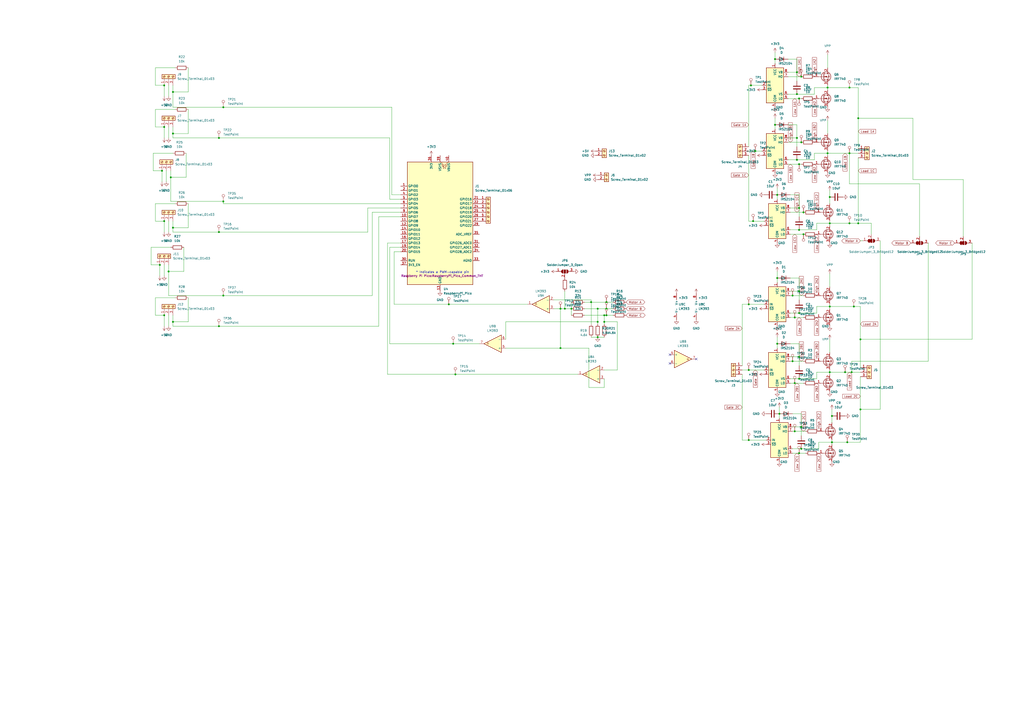
<source format=kicad_sch>
(kicad_sch (version 20230121) (generator eeschema)
  (paper "A2")
  (title_block (date "mar. 31 mars 2015"))
  (lib_symbols
    (symbol "Comparator:LM393" (pin_names (offset 0.127))
      (property "Reference" "U" (at 3.81 3.81 0))
      (property "Value" "LM393" (at 6.35 -3.81 0))
      (symbol "LM393_1_1"
        (pin open_collector line (at 7.62 0 180) (length 2.54) (name "~") (number "1"))
        (pin input line (at -7.62 -2.54 0) (length 2.54) (name "-") (number "2"))
        (pin input line (at -7.62 2.54 0) (length 2.54) (name "+") (number "3"))
      )
      (symbol "LM393_2_1"
        (pin input line (at -7.62 2.54 0) (length 2.54) (name "+") (number "5"))
        (pin input line (at -7.62 -2.54 0) (length 2.54) (name "-") (number "6"))
        (pin open_collector line (at 7.62 0 180) (length 2.54) (name "~") (number "7"))
      )
      (symbol "LM393_3_1"
        (pin power_in line (at -2.54 -7.62 90) (length 3.81) (name "V-") (number "4"))
        (pin power_in line (at -2.54 7.62 270) (length 3.81) (name "V+") (number "8"))
      )
    )
    (symbol "Connector:Screw_Terminal_01x02" (pin_names (offset 1.016) hide)
      (property "Reference" "J" (at 0 2.54 0))
      (property "Value" "Screw_Terminal_01x02" (at 0 -5.08 0))
      (symbol "Screw_Terminal_01x02_1_1"
        (pin passive line (at -5.08 0 0) (length 3.81) (name "Pin_1") (number "1"))
        (pin passive line (at -5.08 -2.54 0) (length 3.81) (name "Pin_2") (number "2"))
      )
    )
    (symbol "Connector:Screw_Terminal_01x03" (pin_names (offset 1.016) hide)
      (property "Reference" "J" (at 0 5.08 0))
      (property "Value" "Screw_Terminal_01x03" (at 0 -5.08 0))
      (symbol "Screw_Terminal_01x03_1_1"
        (pin passive line (at -5.08 2.54 0) (length 3.81) (name "Pin_1") (number "1"))
        (pin passive line (at -5.08 0 0) (length 3.81) (name "Pin_2") (number "2"))
        (pin passive line (at -5.08 -2.54 0) (length 3.81) (name "Pin_3") (number "3"))
      )
    )
    (symbol "Connector:Screw_Terminal_01x06" (pin_names (offset 1.016) hide)
      (property "Reference" "J" (at 0 7.62 0))
      (property "Value" "Screw_Terminal_01x06" (at 0 -10.16 0))
      (symbol "Screw_Terminal_01x06_1_1"
        (pin passive line (at -5.08 5.08 0) (length 3.81) (name "Pin_1") (number "1"))
        (pin passive line (at -5.08 2.54 0) (length 3.81) (name "Pin_2") (number "2"))
        (pin passive line (at -5.08 0 0) (length 3.81) (name "Pin_3") (number "3"))
        (pin passive line (at -5.08 -2.54 0) (length 3.81) (name "Pin_4") (number "4"))
        (pin passive line (at -5.08 -5.08 0) (length 3.81) (name "Pin_5") (number "5"))
        (pin passive line (at -5.08 -7.62 0) (length 3.81) (name "Pin_6") (number "6"))
      )
    )
    (symbol "Connector:TestPoint" (pin_numbers hide) (pin_names (offset 0.762) hide)
      (property "Reference" "TP" (at 0 6.858 0))
      (property "Value" "TestPoint" (at 0 5.08 0))
      (symbol "TestPoint_1_1"
        (pin passive line (at 0 0 90) (length 2.54) (name "1") (number "1"))
      )
    )
    (symbol "Device:C" (pin_numbers hide) (pin_names (offset 0.254))
      (property "Reference" "C" (at 0.635 2.54 0))
      (property "Value" "C" (at 0.635 -2.54 0))
      (symbol "C_1_1"
        (pin passive line (at 0 3.81 270) (length 2.794) (name "~") (number "1"))
        (pin passive line (at 0 -3.81 90) (length 2.794) (name "~") (number "2"))
      )
    )
    (symbol "Device:D" (pin_numbers hide) (pin_names (offset 1.016) hide)
      (property "Reference" "D" (at 0 2.54 0))
      (property "Value" "D" (at 0 -2.54 0))
      (symbol "D_1_1"
        (pin passive line (at -3.81 0 0) (length 2.54) (name "K") (number "1"))
        (pin passive line (at 3.81 0 180) (length 2.54) (name "A") (number "2"))
      )
    )
    (symbol "Device:R" (pin_numbers hide) (pin_names (offset 0))
      (property "Reference" "R" (at 2.032 0 90))
      (property "Value" "R" (at 0 0 90))
      (symbol "R_1_1"
        (pin passive line (at 0 3.81 270) (length 1.27) (name "~") (number "1"))
        (pin passive line (at 0 -3.81 90) (length 1.27) (name "~") (number "2"))
      )
    )
    (symbol "Driver_FET:IRS2104"
      (property "Reference" "U" (at 1.27 13.335 0))
      (property "Value" "IRS2104" (at 1.27 11.43 0))
      (symbol "IRS2104_1_1"
        (pin power_in line (at 0 12.7 270) (length 2.54) (name "VCC") (number "1"))
        (pin input line (at -7.62 0 0) (length 2.54) (name "IN") (number "2"))
        (pin input line (at -7.62 -2.54 0) (length 2.54) (name "~{SD}") (number "3"))
        (pin power_in line (at 0 -12.7 90) (length 2.54) (name "COM") (number "4"))
        (pin output line (at 7.62 -7.62 180) (length 2.54) (name "LO") (number "5"))
        (pin passive line (at 7.62 -5.08 180) (length 2.54) (name "VS") (number "6"))
        (pin output line (at 7.62 5.08 180) (length 2.54) (name "HO") (number "7"))
        (pin passive line (at 7.62 7.62 180) (length 2.54) (name "VB") (number "8"))
      )
    )
    (symbol "GND_1" (power) (pin_names (offset 0))
      (property "Value" "GND_1" (at 0 -3.81 0))
      (symbol "GND_1_1_1"
        (pin power_in line (at 0 0 270) (length 0) hide (name "GND") (number "1"))
      )
    )
    (symbol "GND_2" (power) (pin_names (offset 0))
      (property "Value" "GND_2" (at 0 -3.81 0))
      (symbol "GND_2_1_1"
        (pin power_in line (at 0 0 270) (length 0) hide (name "GND") (number "1"))
      )
    )
    (symbol "GND_3" (power) (pin_names (offset 0))
      (property "Value" "GND_3" (at 0 -3.81 0))
      (symbol "GND_3_1_1"
        (pin power_in line (at 0 0 270) (length 0) hide (name "GND") (number "1"))
      )
    )
    (symbol "Jumper:SolderJumper_3_Bridged12" (pin_names (offset 0) hide)
      (property "Reference" "JP" (at -2.54 -2.54 0))
      (property "Value" "SolderJumper_3_Bridged12" (at 0 2.794 0))
      (symbol "SolderJumper_3_Bridged12_1_1"
        (pin passive line (at -5.08 0 0) (length 2.54) (name "A") (number "1"))
        (pin passive line (at 0 -3.81 90) (length 2.54) (name "C") (number "2"))
        (pin passive line (at 5.08 0 180) (length 2.54) (name "B") (number "3"))
      )
    )
    (symbol "Jumper:SolderJumper_3_Open" (pin_names (offset 0) hide)
      (property "Reference" "JP" (at -2.54 -2.54 0))
      (property "Value" "SolderJumper_3_Open" (at 0 2.794 0))
      (symbol "SolderJumper_3_Open_1_1"
        (pin passive line (at -5.08 0 0) (length 2.54) (name "A") (number "1"))
        (pin passive line (at 0 -3.81 90) (length 2.54) (name "C") (number "2"))
        (pin passive line (at 5.08 0 180) (length 2.54) (name "B") (number "3"))
      )
    )
    (symbol "Raspberry Pi Pico:RaspberryPi_Pico"
      (property "Reference" "U" (at -19.05 38.1 0))
      (property "Value" "RaspberryPi_Pico" (at 7.62 38.1 0))
      (symbol "RaspberryPi_Pico_1_1"
        (pin bidirectional line (at -22.86 22.86 0) (length 3.81) (name "GPIO0") (number "1"))
        (pin bidirectional line (at -22.86 5.08 0) (length 3.81) (name "GPIO7") (number "10"))
        (pin bidirectional line (at -22.86 2.54 0) (length 3.81) (name "GPIO8") (number "11"))
        (pin bidirectional line (at -22.86 0 0) (length 3.81) (name "GPIO9") (number "12"))
        (pin power_out line (at 0 -38.1 90) (length 3.81) (name "GND") (number "13"))
        (pin bidirectional line (at -22.86 -2.54 0) (length 3.81) (name "GPIO10") (number "14"))
        (pin bidirectional line (at -22.86 -5.08 0) (length 3.81) (name "GPIO11") (number "15"))
        (pin bidirectional line (at -22.86 -7.62 0) (length 3.81) (name "GPIO12") (number "16"))
        (pin bidirectional line (at -22.86 -10.16 0) (length 3.81) (name "GPIO13") (number "17"))
        (pin passive line (at 0 -38.1 90) (length 3.81) hide (name "GND") (number "18"))
        (pin bidirectional line (at -22.86 -12.7 0) (length 3.81) (name "GPIO14") (number "19"))
        (pin bidirectional line (at -22.86 20.32 0) (length 3.81) (name "GPIO1") (number "2"))
        (pin bidirectional line (at -22.86 -15.24 0) (length 3.81) (name "GPIO15") (number "20"))
        (pin bidirectional line (at 22.86 15.24 180) (length 3.81) (name "GPIO16") (number "21"))
        (pin bidirectional line (at 22.86 12.7 180) (length 3.81) (name "GPIO17") (number "22"))
        (pin passive line (at 0 -38.1 90) (length 3.81) hide (name "GND") (number "23"))
        (pin bidirectional line (at 22.86 10.16 180) (length 3.81) (name "GPIO18") (number "24"))
        (pin bidirectional line (at 22.86 7.62 180) (length 3.81) (name "GPIO19") (number "25"))
        (pin bidirectional line (at 22.86 5.08 180) (length 3.81) (name "GPIO20") (number "26"))
        (pin bidirectional line (at 22.86 2.54 180) (length 3.81) (name "GPIO21") (number "27"))
        (pin passive line (at 0 -38.1 90) (length 3.81) hide (name "GND") (number "28"))
        (pin bidirectional line (at 22.86 0 180) (length 3.81) (name "GPIO22") (number "29"))
        (pin passive line (at 0 -38.1 90) (length 3.81) hide (name "GND") (number "3"))
        (pin input line (at -22.86 -20.32 0) (length 3.81) (name "RUN") (number "30"))
        (pin bidirectional line (at 22.86 -10.16 180) (length 3.81) (name "GPIO26_ADC0") (number "31"))
        (pin bidirectional line (at 22.86 -12.7 180) (length 3.81) (name "GPIO27_ADC1") (number "32"))
        (pin power_in line (at 22.86 -20.32 180) (length 3.81) (name "AGND") (number "33"))
        (pin bidirectional line (at 22.86 -15.24 180) (length 3.81) (name "GPIO28_ADC2") (number "34"))
        (pin power_in line (at 22.86 -5.08 180) (length 3.81) (name "ADC_VREF") (number "35"))
        (pin power_out line (at -5.08 40.64 270) (length 3.81) (name "3V3") (number "36"))
        (pin input line (at -22.86 -22.86 0) (length 3.81) (name "3V3_EN") (number "37"))
        (pin passive line (at 0 -38.1 90) (length 3.81) hide (name "GND") (number "38"))
        (pin power_in line (at 0 40.64 270) (length 3.81) (name "VSYS") (number "39"))
        (pin bidirectional line (at -22.86 17.78 0) (length 3.81) (name "GPIO2") (number "4"))
        (pin power_out line (at 5.08 40.64 270) (length 3.81) (name "VBUS") (number "40"))
        (pin bidirectional line (at -22.86 15.24 0) (length 3.81) (name "GPIO3") (number "5"))
        (pin bidirectional line (at -22.86 12.7 0) (length 3.81) (name "GPIO4") (number "6"))
        (pin bidirectional line (at -22.86 10.16 0) (length 3.81) (name "GPIO5") (number "7"))
        (pin passive line (at 0 -38.1 90) (length 3.81) hide (name "GND") (number "8"))
        (pin bidirectional line (at -22.86 7.62 0) (length 3.81) (name "GPIO6") (number "9"))
      )
    )
    (symbol "Transistor_FET:IRF740" (pin_names hide)
      (property "Reference" "Q" (at 6.35 1.905 0))
      (property "Value" "IRF740" (at 6.35 0 0))
      (symbol "IRF740_1_1"
        (pin input line (at -5.08 0 0) (length 2.54) (name "G") (number "1"))
        (pin passive line (at 2.54 5.08 270) (length 2.54) (name "D") (number "2"))
        (pin passive line (at 2.54 -5.08 90) (length 2.54) (name "S") (number "3"))
      )
    )
    (symbol "power:+3V3" (power) (pin_names (offset 0))
      (property "Value" "+3V3" (at 0 3.556 0))
      (symbol "+3V3_1_1"
        (pin power_in line (at 0 0 90) (length 0) hide (name "+3V3") (number "1"))
      )
    )
    (symbol "power:+5V" (power) (pin_names (offset 0))
      (property "Value" "+5V" (at 0 3.556 0))
      (symbol "+5V_1_1"
        (pin power_in line (at 0 0 90) (length 0) hide (name "+5V") (number "1"))
      )
    )
    (symbol "power:GND" (power) (pin_names (offset 0))
      (property "Value" "GND" (at 0 -3.81 0))
      (symbol "GND_1_1"
        (pin power_in line (at 0 0 270) (length 0) hide (name "GND") (number "1"))
      )
    )
    (symbol "power:VPP" (power) (pin_names (offset 0))
      (property "Value" "VPP" (at 0 3.81 0))
      (symbol "VPP_1_1"
        (pin power_in line (at 0 0 90) (length 0) hide (name "VPP") (number "1"))
      )
    )
  )
  (junction (at 127 189.23))
  (junction (at 491.49 256.54))
  (junction (at 464.82 260.35))
  (junction (at 327.66 179.07))
  (junction (at 99.06 102.87))
  (junction (at 463.55 120.65))
  (junction (at 463.55 57.15))
  (junction (at 463.55 95.25))
  (junction (at 481.33 114.3))
  (junction (at 481.33 129.54))
  (junction (at 464.82 247.65))
  (junction (at 95.25 49.53))
  (junction (at 466.09 135.89))
  (junction (at 495.3 177.8))
  (junction (at 481.33 215.9))
  (junction (at 480.06 88.9))
  (junction (at 494.03 215.9))
  (junction (at 449.58 72.39))
  (junction (at 481.33 177.8))
  (junction (at 350.52 182.88))
  (junction (at 262.89 199.39))
  (junction (at 129.54 116.84))
  (junction (at 435.61 49.53))
  (junction (at 100.33 186.69))
  (junction (at 463.55 207.01))
  (junction (at 463.55 181.61))
  (junction (at 95.25 128.27))
  (junction (at 129.54 62.23))
  (junction (at 346.71 186.69))
  (junction (at 434.34 255.27))
  (junction (at 450.85 161.29))
  (junction (at 482.6 256.54))
  (junction (at 346.71 195.58))
  (junction (at 497.84 129.54))
  (junction (at 97.79 157.48))
  (junction (at 463.55 168.91))
  (junction (at 463.55 133.35))
  (junction (at 325.12 201.93))
  (junction (at 342.9 175.26))
  (junction (at 462.28 92.71))
  (junction (at 351.79 175.26))
  (junction (at 464.82 82.55))
  (junction (at 346.71 179.07))
  (junction (at 492.76 50.8))
  (junction (at 331.47 179.07))
  (junction (at 100.33 53.34))
  (junction (at 127 134.62))
  (junction (at 438.15 87.63))
  (junction (at 127 80.01))
  (junction (at 450.85 113.03))
  (junction (at 452.12 240.03))
  (junction (at 466.09 123.19))
  (junction (at 129.54 171.45))
  (junction (at 93.98 99.06))
  (junction (at 462.28 41.91))
  (junction (at 462.28 80.01))
  (junction (at 264.16 217.17))
  (junction (at 459.74 171.45))
  (junction (at 449.58 34.29))
  (junction (at 461.01 222.25))
  (junction (at 95.25 182.88))
  (junction (at 260.35 176.53))
  (junction (at 464.82 44.45))
  (junction (at 100.33 132.08))
  (junction (at 92.71 153.67))
  (junction (at 461.01 184.15))
  (junction (at 95.25 73.66))
  (junction (at 100.33 77.47))
  (junction (at 325.12 179.07))
  (junction (at 492.76 129.54))
  (junction (at 434.34 214.63))
  (junction (at 499.11 196.85))
  (junction (at 461.01 250.19))
  (junction (at 499.11 237.49))
  (junction (at 462.28 54.61))
  (junction (at 434.34 176.53))
  (junction (at 436.88 128.27))
  (junction (at 497.84 68.58))
  (junction (at 351.79 182.88))
  (junction (at 351.79 179.07))
  (junction (at 463.55 262.89))
  (junction (at 492.76 88.9))
  (junction (at 463.55 219.71))
  (junction (at 490.22 215.9))
  (junction (at 459.74 209.55))
  (junction (at 482.6 241.3))
  (junction (at 350.52 186.69))
  (junction (at 480.06 50.8))
  (junction (at 450.85 199.39))
  (no_connect (at 388.62 210.82))
  (no_connect (at 403.86 208.28))
  (no_connect (at 388.62 205.74))
  (wire (pts (xy 480.06 88.9) (xy 492.76 88.9)))
  (wire (pts (xy 430.53 217.17) (xy 430.53 255.27)))
  (wire (pts (xy 100.33 182.88) (xy 100.33 186.69)))
  (wire (pts (xy 481.33 129.54) (xy 481.33 130.81)))
  (wire (pts (xy 462.28 72.39) (xy 462.28 80.01)))
  (wire (pts (xy 461.01 250.19) (xy 467.36 250.19)))
  (wire (pts (xy 321.31 173.99) (xy 342.9 173.99)))
  (wire (pts (xy 331.47 175.26) (xy 331.47 179.07)))
  (wire (pts (xy 293.37 201.93) (xy 325.12 201.93)))
  (wire (pts (xy 463.55 95.25) (xy 464.82 95.25)))
  (wire (pts (xy 434.34 128.27) (xy 436.88 128.27)))
  (wire (pts (xy 325.12 179.07) (xy 327.66 179.07)))
  (wire (pts (xy 450.85 161.29) (xy 450.85 163.83)))
  (wire (pts (xy 96.52 99.06) (xy 96.52 105.41)))
  (wire (pts (xy 97.79 153.67) (xy 97.79 157.48)))
  (wire (pts (xy 449.58 68.58) (xy 449.58 72.39)))
  (wire (pts (xy 457.2 72.39) (xy 462.28 72.39)))
  (wire (pts (xy 497.84 68.58) (xy 497.84 86.36)))
  (wire (pts (xy 457.2 80.01) (xy 462.28 80.01)))
  (wire (pts (xy 87.63 143.51) (xy 87.63 153.67)))
  (wire (pts (xy 127 80.01) (xy 226.06 80.01)))
  (wire (pts (xy 90.17 172.72) (xy 90.17 182.88)))
  (wire (pts (xy 224.79 140.97) (xy 232.41 140.97)))
  (wire (pts (xy 492.76 50.8) (xy 497.84 50.8)))
  (wire (pts (xy 474.98 256.54) (xy 482.6 256.54)))
  (wire (pts (xy 452.12 236.22) (xy 452.12 240.03)))
  (wire (pts (xy 88.9 88.9) (xy 100.33 88.9)))
  (wire (pts (xy 499.11 177.8) (xy 499.11 196.85)))
  (wire (pts (xy 458.47 161.29) (xy 463.55 161.29)))
  (wire (pts (xy 224.79 140.97) (xy 224.79 217.17)))
  (wire (pts (xy 450.85 199.39) (xy 450.85 201.93)))
  (wire (pts (xy 499.11 218.44) (xy 499.11 237.49)))
  (wire (pts (xy 436.88 128.27) (xy 443.23 128.27)))
  (wire (pts (xy 342.9 175.26) (xy 342.9 187.96)))
  (wire (pts (xy 97.79 73.66) (xy 97.79 80.01)))
  (wire (pts (xy 495.3 177.8) (xy 499.11 177.8)))
  (wire (pts (xy 457.2 44.45) (xy 464.82 44.45)))
  (wire (pts (xy 443.23 176.53) (xy 434.34 176.53)))
  (wire (pts (xy 100.33 53.34) (xy 109.22 53.34)))
  (wire (pts (xy 100.33 134.62) (xy 127 134.62)))
  (wire (pts (xy 219.71 189.23) (xy 219.71 125.73)))
  (wire (pts (xy 438.15 87.63) (xy 441.96 87.63)))
  (wire (pts (xy 100.33 132.08) (xy 109.22 132.08)))
  (wire (pts (xy 473.71 219.71) (xy 473.71 215.9)))
  (wire (pts (xy 90.17 49.53) (xy 95.25 49.53)))
  (wire (pts (xy 100.33 77.47) (xy 109.22 77.47)))
  (wire (pts (xy 350.52 182.88) (xy 351.79 182.88)))
  (wire (pts (xy 87.63 153.67) (xy 92.71 153.67)))
  (wire (pts (xy 463.55 181.61) (xy 473.71 181.61)))
  (wire (pts (xy 260.35 176.53) (xy 306.07 176.53)))
  (wire (pts (xy 430.53 255.27) (xy 434.34 255.27)))
  (wire (pts (xy 449.58 34.29) (xy 449.58 36.83)))
  (wire (pts (xy 472.44 88.9) (xy 480.06 88.9)))
  (wire (pts (xy 127 134.62) (xy 213.36 134.62)))
  (wire (pts (xy 481.33 110.49) (xy 481.33 114.3)))
  (wire (pts (xy 480.06 49.53) (xy 480.06 50.8)))
  (wire (pts (xy 482.6 237.49) (xy 482.6 241.3)))
  (wire (pts (xy 97.79 157.48) (xy 97.79 171.45)))
  (wire (pts (xy 473.71 129.54) (xy 481.33 129.54)))
  (wire (pts (xy 463.55 262.89) (xy 467.36 262.89)))
  (wire (pts (xy 351.79 182.88) (xy 355.6 182.88)))
  (wire (pts (xy 87.63 143.51) (xy 99.06 143.51)))
  (wire (pts (xy 339.09 182.88) (xy 350.52 182.88)))
  (wire (pts (xy 434.34 49.53) (xy 435.61 49.53)))
  (wire (pts (xy 95.25 128.27) (xy 95.25 134.62)))
  (wire (pts (xy 99.06 99.06) (xy 99.06 102.87)))
  (wire (pts (xy 430.53 176.53) (xy 430.53 212.09)))
  (wire (pts (xy 458.47 171.45) (xy 459.74 171.45)))
  (wire (pts (xy 346.71 186.69) (xy 346.71 187.96)))
  (wire (pts (xy 482.6 256.54) (xy 482.6 257.81)))
  (wire (pts (xy 494.03 215.9) (xy 499.11 215.9)))
  (wire (pts (xy 473.71 133.35) (xy 473.71 129.54)))
  (wire (pts (xy 90.17 63.5) (xy 101.6 63.5)))
  (wire (pts (xy 459.74 171.45) (xy 466.09 171.45)))
  (wire (pts (xy 232.41 146.05) (xy 228.6 146.05)))
  (wire (pts (xy 481.33 215.9) (xy 490.22 215.9)))
  (wire (pts (xy 491.49 256.54) (xy 499.11 256.54)))
  (wire (pts (xy 463.55 161.29) (xy 463.55 168.91)))
  (wire (pts (xy 482.6 256.54) (xy 491.49 256.54)))
  (wire (pts (xy 473.71 215.9) (xy 481.33 215.9)))
  (wire (pts (xy 346.71 186.69) (xy 293.37 186.69)))
  (wire (pts (xy 457.2 92.71) (xy 462.28 92.71)))
  (wire (pts (xy 434.34 255.27) (xy 444.5 255.27)))
  (wire (pts (xy 341.63 224.79) (xy 350.52 224.79)))
  (wire (pts (xy 457.2 54.61) (xy 462.28 54.61)))
  (wire (pts (xy 472.44 54.61) (xy 472.44 50.8)))
  (wire (pts (xy 458.47 133.35) (xy 463.55 133.35)))
  (wire (pts (xy 430.53 214.63) (xy 434.34 214.63)))
  (wire (pts (xy 227.33 62.23) (xy 227.33 113.03)))
  (wire (pts (xy 331.47 179.07) (xy 331.47 182.88)))
  (wire (pts (xy 497.84 91.44) (xy 497.84 129.54)))
  (wire (pts (xy 464.82 240.03) (xy 464.82 247.65)))
  (wire (pts (xy 481.33 177.8) (xy 481.33 179.07)))
  (wire (pts (xy 481.33 129.54) (xy 492.76 129.54)))
  (wire (pts (xy 481.33 114.3) (xy 481.33 118.11)))
  (wire (pts (xy 342.9 195.58) (xy 346.71 195.58)))
  (wire (pts (xy 350.52 182.88) (xy 350.52 186.69)))
  (wire (pts (xy 350.52 224.79) (xy 350.52 219.71)))
  (wire (pts (xy 90.17 63.5) (xy 90.17 73.66)))
  (wire (pts (xy 458.47 207.01) (xy 463.55 207.01)))
  (wire (pts (xy 346.71 179.07) (xy 351.79 179.07)))
  (wire (pts (xy 97.79 49.53) (xy 97.79 55.88)))
  (wire (pts (xy 215.9 123.19) (xy 215.9 171.45)))
  (wire (pts (xy 90.17 39.37) (xy 90.17 49.53)))
  (wire (pts (xy 351.79 175.26) (xy 355.6 175.26)))
  (wire (pts (xy 99.06 102.87) (xy 107.95 102.87)))
  (wire (pts (xy 463.55 113.03) (xy 463.55 120.65)))
  (wire (pts (xy 97.79 171.45) (xy 129.54 171.45)))
  (wire (pts (xy 462.28 34.29) (xy 462.28 41.91)))
  (wire (pts (xy 464.82 260.35) (xy 474.98 260.35)))
  (wire (pts (xy 350.52 186.69) (xy 358.14 186.69)))
  (wire (pts (xy 558.8 104.14) (xy 558.8 137.16)))
  (wire (pts (xy 215.9 171.45) (xy 129.54 171.45)))
  (wire (pts (xy 278.13 199.39) (xy 262.89 199.39)))
  (wire (pts (xy 435.61 49.53) (xy 441.96 49.53)))
  (wire (pts (xy 450.85 113.03) (xy 450.85 115.57)))
  (wire (pts (xy 100.33 73.66) (xy 100.33 77.47)))
  (wire (pts (xy 452.12 240.03) (xy 452.12 242.57)))
  (wire (pts (xy 213.36 134.62) (xy 213.36 120.65)))
  (wire (pts (xy 97.79 157.48) (xy 106.68 157.48)))
  (wire (pts (xy 482.6 241.3) (xy 482.6 245.11)))
  (wire (pts (xy 226.06 199.39) (xy 226.06 143.51)))
  (wire (pts (xy 90.17 73.66) (xy 95.25 73.66)))
  (wire (pts (xy 100.33 53.34) (xy 100.33 62.23)))
  (wire (pts (xy 563.88 196.85) (xy 499.11 196.85)))
  (wire (pts (xy 463.55 219.71) (xy 473.71 219.71)))
  (wire (pts (xy 538.48 140.97) (xy 538.48 209.55)))
  (wire (pts (xy 95.25 73.66) (xy 95.25 80.01)))
  (wire (pts (xy 563.88 140.97) (xy 563.88 196.85)))
  (wire (pts (xy 434.34 176.53) (xy 430.53 176.53)))
  (wire (pts (xy 481.33 177.8) (xy 495.3 177.8)))
  (wire (pts (xy 497.84 50.8) (xy 497.84 68.58)))
  (wire (pts (xy 480.06 69.85) (xy 480.06 77.47)))
  (wire (pts (xy 129.54 62.23) (xy 227.33 62.23)))
  (wire (pts (xy 463.55 212.09) (xy 463.55 207.01)))
  (wire (pts (xy 325.12 201.93) (xy 341.63 201.93)))
  (wire (pts (xy 480.06 50.8) (xy 480.06 52.07)))
  (wire (pts (xy 109.22 172.72) (xy 109.22 186.69)))
  (wire (pts (xy 492.76 88.9) (xy 492.76 106.68)))
  (wire (pts (xy 492.76 129.54) (xy 497.84 129.54)))
  (wire (pts (xy 92.71 153.67) (xy 92.71 160.02)))
  (wire (pts (xy 232.41 118.11) (xy 129.54 118.11)))
  (wire (pts (xy 490.22 215.9) (xy 494.03 215.9)))
  (wire (pts (xy 213.36 120.65) (xy 232.41 120.65)))
  (wire (pts (xy 95.25 182.88) (xy 95.25 189.23)))
  (wire (pts (xy 341.63 201.93) (xy 341.63 224.79)))
  (wire (pts (xy 499.11 196.85) (xy 499.11 213.36)))
  (wire (pts (xy 228.6 146.05) (xy 228.6 176.53)))
  (wire (pts (xy 100.33 186.69) (xy 109.22 186.69)))
  (wire (pts (xy 224.79 217.17) (xy 264.16 217.17)))
  (wire (pts (xy 327.66 179.07) (xy 331.47 179.07)))
  (wire (pts (xy 226.06 80.01) (xy 226.06 115.57)))
  (wire (pts (xy 459.74 240.03) (xy 464.82 240.03)))
  (wire (pts (xy 481.33 176.53) (xy 481.33 177.8)))
  (wire (pts (xy 481.33 196.85) (xy 481.33 204.47)))
  (wire (pts (xy 480.06 88.9) (xy 480.06 90.17)))
  (wire (pts (xy 499.11 237.49) (xy 499.11 256.54)))
  (wire (pts (xy 457.2 95.25) (xy 463.55 95.25)))
  (wire (pts (xy 463.55 57.15) (xy 464.82 57.15)))
  (wire (pts (xy 100.33 189.23) (xy 127 189.23)))
  (wire (pts (xy 107.95 88.9) (xy 107.95 102.87)))
  (wire (pts (xy 462.28 92.71) (xy 472.44 92.71)))
  (wire (pts (xy 481.33 128.27) (xy 481.33 129.54)))
  (wire (pts (xy 109.22 63.5) (xy 109.22 77.47)))
  (wire (pts (xy 88.9 88.9) (xy 88.9 99.06)))
  (wire (pts (xy 350.52 186.69) (xy 350.52 187.96)))
  (wire (pts (xy 100.33 128.27) (xy 100.33 132.08)))
  (wire (pts (xy 346.71 179.07) (xy 346.71 186.69)))
  (wire (pts (xy 458.47 123.19) (xy 466.09 123.19)))
  (wire (pts (xy 321.31 179.07) (xy 325.12 179.07)))
  (wire (pts (xy 99.06 102.87) (xy 99.06 116.84)))
  (wire (pts (xy 457.2 34.29) (xy 462.28 34.29)))
  (wire (pts (xy 481.33 214.63) (xy 481.33 215.9)))
  (wire (pts (xy 346.71 195.58) (xy 350.52 195.58)))
  (wire (pts (xy 293.37 186.69) (xy 293.37 196.85)))
  (wire (pts (xy 458.47 184.15) (xy 461.01 184.15)))
  (wire (pts (xy 90.17 118.11) (xy 101.6 118.11)))
  (wire (pts (xy 505.46 129.54) (xy 497.84 129.54)))
  (wire (pts (xy 127 189.23) (xy 219.71 189.23)))
  (wire (pts (xy 462.28 46.99) (xy 462.28 41.91)))
  (wire (pts (xy 100.33 132.08) (xy 100.33 134.62)))
  (wire (pts (xy 538.48 209.55) (xy 494.03 209.55)))
  (wire (pts (xy 88.9 99.06) (xy 93.98 99.06)))
  (wire (pts (xy 481.33 215.9) (xy 481.33 217.17)))
  (wire (pts (xy 90.17 39.37) (xy 101.6 39.37)))
  (wire (pts (xy 457.2 41.91) (xy 462.28 41.91)))
  (wire (pts (xy 90.17 128.27) (xy 95.25 128.27)))
  (wire (pts (xy 228.6 176.53) (xy 260.35 176.53)))
  (wire (pts (xy 464.82 252.73) (xy 464.82 247.65)))
  (wire (pts (xy 90.17 172.72) (xy 101.6 172.72)))
  (wire (pts (xy 458.47 168.91) (xy 463.55 168.91)))
  (wire (pts (xy 358.14 214.63) (xy 350.52 214.63)))
  (wire (pts (xy 327.66 168.91) (xy 327.66 179.07)))
  (wire (pts (xy 480.06 50.8) (xy 492.76 50.8)))
  (wire (pts (xy 461.01 222.25) (xy 466.09 222.25)))
  (wire (pts (xy 351.79 179.07) (xy 355.6 179.07)))
  (wire (pts (xy 481.33 158.75) (xy 481.33 166.37)))
  (wire (pts (xy 473.71 181.61) (xy 473.71 177.8)))
  (wire (pts (xy 458.47 135.89) (xy 466.09 135.89)))
  (wire (pts (xy 458.47 199.39) (xy 463.55 199.39)))
  (wire (pts (xy 100.33 186.69) (xy 100.33 189.23)))
  (wire (pts (xy 449.58 72.39) (xy 449.58 74.93)))
  (wire (pts (xy 99.06 116.84) (xy 129.54 116.84)))
  (wire (pts (xy 457.2 57.15) (xy 463.55 57.15)))
  (wire (pts (xy 95.25 153.67) (xy 95.25 160.02)))
  (wire (pts (xy 480.06 87.63) (xy 480.06 88.9)))
  (wire (pts (xy 264.16 217.17) (xy 335.28 217.17)))
  (wire (pts (xy 342.9 175.26) (xy 351.79 175.26)))
  (wire (pts (xy 434.34 90.17) (xy 434.34 128.27)))
  (wire (pts (xy 450.85 109.22) (xy 450.85 113.03)))
  (wire (pts (xy 473.71 177.8) (xy 481.33 177.8)))
  (wire (pts (xy 226.06 143.51) (xy 232.41 143.51)))
  (wire (pts (xy 100.33 62.23) (xy 129.54 62.23)))
  (wire (pts (xy 449.58 30.48) (xy 449.58 34.29)))
  (wire (pts (xy 533.4 106.68) (xy 533.4 137.16)))
  (wire (pts (xy 232.41 123.19) (xy 215.9 123.19)))
  (wire (pts (xy 219.71 125.73) (xy 232.41 125.73)))
  (wire (pts (xy 474.98 260.35) (xy 474.98 256.54)))
  (wire (pts (xy 482.6 255.27) (xy 482.6 256.54)))
  (wire (pts (xy 262.89 199.39) (xy 226.06 199.39)))
  (wire (pts (xy 459.74 260.35) (xy 464.82 260.35)))
  (wire (pts (xy 472.44 50.8) (xy 480.06 50.8)))
  (wire (pts (xy 106.68 143.51) (xy 106.68 157.48)))
  (wire (pts (xy 480.06 31.75) (xy 480.06 39.37)))
  (wire (pts (xy 462.28 85.09) (xy 462.28 80.01)))
  (wire (pts (xy 510.54 139.7) (xy 510.54 237.49)))
  (wire (pts (xy 494.03 209.55) (xy 494.03 215.9)))
  (wire (pts (xy 90.17 182.88) (xy 95.25 182.88)))
  (wire (pts (xy 90.17 118.11) (xy 90.17 128.27)))
  (wire (pts (xy 463.55 199.39) (xy 463.55 207.01)))
  (wire (pts (xy 325.12 201.93) (xy 325.12 179.07)))
  (wire (pts (xy 497.84 68.58) (xy 529.59 68.58)))
  (wire (pts (xy 458.47 120.65) (xy 463.55 120.65)))
  (wire (pts (xy 461.01 184.15) (xy 466.09 184.15)))
  (wire (pts (xy 459.74 262.89) (xy 463.55 262.89)))
  (wire (pts (xy 100.33 77.47) (xy 100.33 80.01)))
  (wire (pts (xy 342.9 173.99) (xy 342.9 175.26)))
  (wire (pts (xy 109.22 118.11) (xy 109.22 132.08)))
  (wire (pts (xy 492.76 88.9) (xy 497.84 88.9)))
  (wire (pts (xy 339.09 175.26) (xy 342.9 175.26)))
  (wire (pts (xy 97.79 182.88) (xy 97.79 189.23)))
  (wire (pts (xy 457.2 82.55) (xy 464.82 82.55)))
  (wire (pts (xy 459.74 209.55) (xy 466.09 209.55)))
  (wire (pts (xy 459.74 247.65) (xy 464.82 247.65)))
  (wire (pts (xy 450.85 195.58) (xy 450.85 199.39)))
  (wire (pts (xy 100.33 80.01) (xy 127 80.01)))
  (wire (pts (xy 227.33 113.03) (xy 232.41 113.03)))
  (wire (pts (xy 458.47 219.71) (xy 463.55 219.71)))
  (wire (pts (xy 458.47 181.61) (xy 463.55 181.61)))
  (wire (pts (xy 529.59 68.58) (xy 529.59 104.14)))
  (wire (pts (xy 109.22 39.37) (xy 109.22 53.34)))
  (wire (pts (xy 510.54 237.49) (xy 499.11 237.49)))
  (wire (pts (xy 462.28 54.61) (xy 472.44 54.61)))
  (wire (pts (xy 358.14 186.69) (xy 358.14 214.63)))
  (wire (pts (xy 472.44 92.71) (xy 472.44 88.9)))
  (wire (pts (xy 492.76 106.68) (xy 533.4 106.68)))
  (wire (pts (xy 450.85 157.48) (xy 450.85 161.29)))
  (wire (pts (xy 129.54 118.11) (xy 129.54 116.84)))
  (wire (pts (xy 458.47 113.03) (xy 463.55 113.03)))
  (wire (pts (xy 97.79 128.27) (xy 97.79 134.62)))
  (wire (pts (xy 529.59 104.14) (xy 558.8 104.14)))
  (wire (pts (xy 463.55 133.35) (xy 473.71 133.35)))
  (wire (pts (xy 100.33 49.53) (xy 100.33 53.34)))
  (wire (pts (xy 434.34 85.09) (xy 434.34 49.53)))
  (wire (pts (xy 458.47 222.25) (xy 461.01 222.25)))
  (wire (pts (xy 434.34 214.63) (xy 443.23 214.63)))
  (wire (pts (xy 226.06 115.57) (xy 232.41 115.57)))
  (wire (pts (xy 458.47 209.55) (xy 459.74 209.55)))
  (wire (pts (xy 339.09 179.07) (xy 346.71 179.07)))
  (wire (pts (xy 93.98 99.06) (xy 93.98 105.41)))
  (wire (pts (xy 463.55 125.73) (xy 463.55 120.65)))
  (wire (pts (xy 459.74 250.19) (xy 461.01 250.19)))
  (wire (pts (xy 505.46 135.89) (xy 505.46 129.54)))
  (wire (pts (xy 95.25 49.53) (xy 95.25 55.88)))
  (wire (pts (xy 463.55 173.99) (xy 463.55 168.91)))
  (wire (pts (xy 434.34 87.63) (xy 438.15 87.63)))
  (wire (pts (xy 499.11 139.7) (xy 500.38 139.7)))
  (text "* Indicates a PWM-capable pin" (at 241.3 158.75 0) (effects (font (size 1.27 1.27)) (justify left bottom)))
  (global_label "High 2A2" (shape input) (at 473.71 171.45 90) (property "Intersheetrefs" "${INTERSHEET_REFS}" (effects hide)))
  (global_label "Gate 1C" (shape input) (at 434.34 101.6 180) (property "Intersheetrefs" "${INTERSHEET_REFS}" (effects hide)))
  (global_label "Gate 2C" (shape input) (at 430.53 236.22 180) (property "Intersheetrefs" "${INTERSHEET_REFS}" (effects hide)))
  (global_label "High 1B2" (shape input) (at 472.44 82.55 90) (property "Intersheetrefs" "${INTERSHEET_REFS}" (effects hide)))
  (global_label "Low 2A2" (shape input) (at 473.71 184.15 270) (property "Intersheetrefs" "${INTERSHEET_REFS}" (effects hide)))
  (global_label "Low 1A2" (shape input) (at 472.44 57.15 270) (property "Intersheetrefs" "${INTERSHEET_REFS}" (effects hide)))
  (global_label "High 1C2" (shape input) (at 473.71 123.19 90) (property "Intersheetrefs" "${INTERSHEET_REFS}" (effects hide)))
  (global_label "Motor B" (shape bidirectional) (at 363.22 179.07 0) (property "Intersheetrefs" "${INTERSHEET_REFS}" (effects hide)))
  (global_label "Low 2B1" (shape input) (at 462.28 222.25 270) (property "Intersheetrefs" "${INTERSHEET_REFS}" (effects hide)))
  (global_label "High 2B2" (shape input) (at 473.71 209.55 90) (property "Intersheetrefs" "${INTERSHEET_REFS}" (effects hide)))
  (global_label "High 1A2" (shape input) (at 472.44 44.45 90) (property "Intersheetrefs" "${INTERSHEET_REFS}" (effects hide)))
  (global_label "Load 2C" (shape input) (at 499.11 229.87 180) (property "Intersheetrefs" "${INTERSHEET_REFS}" (effects hide)))
  (global_label "Low 1C1" (shape input) (at 461.01 135.89 270) (property "Intersheetrefs" "${INTERSHEET_REFS}" (effects hide)))
  (global_label "Load 1B" (shape input) (at 490.22 88.9 270) (property "Intersheetrefs" "${INTERSHEET_REFS}" (effects hide)))
  (global_label "High 1A1" (shape input) (at 463.55 44.45 90) (property "Intersheetrefs" "${INTERSHEET_REFS}" (effects hide)))
  (global_label "High 2C2" (shape input) (at 474.98 250.19 90) (property "Intersheetrefs" "${INTERSHEET_REFS}" (effects hide)))
  (global_label "Gate 1B" (shape input) (at 436.88 87.63 270) (property "Intersheetrefs" "${INTERSHEET_REFS}" (effects hide)))
  (global_label "Motor B" (shape bidirectional) (at 528.32 140.97 180) (property "Intersheetrefs" "${INTERSHEET_REFS}" (effects hide)))
  (global_label "Motor A" (shape bidirectional) (at 363.22 175.26 0) (property "Intersheetrefs" "${INTERSHEET_REFS}" (effects hide)))
  (global_label "Gate 2A" (shape input) (at 430.53 190.5 180) (property "Intersheetrefs" "${INTERSHEET_REFS}" (effects hide)))
  (global_label "Low 2C2" (shape input) (at 474.98 262.89 270) (property "Intersheetrefs" "${INTERSHEET_REFS}" (effects hide)))
  (global_label "Low 1B1" (shape input) (at 458.47 95.25 270) (property "Intersheetrefs" "${INTERSHEET_REFS}" (effects hide)))
  (global_label "High 1B1" (shape input) (at 458.47 82.55 90) (property "Intersheetrefs" "${INTERSHEET_REFS}" (effects hide)))
  (global_label "Low 1A1" (shape input) (at 461.01 57.15 270) (property "Intersheetrefs" "${INTERSHEET_REFS}" (effects hide)))
  (global_label "Motor A" (shape bidirectional) (at 499.11 139.7 180) (property "Intersheetrefs" "${INTERSHEET_REFS}" (effects hide)))
  (global_label "Low 1C2" (shape input) (at 473.71 135.89 270) (property "Intersheetrefs" "${INTERSHEET_REFS}" (effects hide)))
  (global_label "Low 2C1" (shape input) (at 462.28 262.89 270) (property "Intersheetrefs" "${INTERSHEET_REFS}" (effects hide)))
  (global_label "Low 2A1" (shape input) (at 463.55 184.15 270) (property "Intersheetrefs" "${INTERSHEET_REFS}" (effects hide)))
  (global_label "Load 2B" (shape input) (at 492.76 215.9 270) (property "Intersheetrefs" "${INTERSHEET_REFS}" (effects hide)))
  (global_label "Load 1C" (shape input) (at 497.84 99.06 0) (property "Intersheetrefs" "${INTERSHEET_REFS}" (effects hide)))
  (global_label "Motor C" (shape bidirectional) (at 553.72 140.97 180) (property "Intersheetrefs" "${INTERSHEET_REFS}" (effects hide)))
  (global_label "Gate 1A" (shape input) (at 434.34 72.39 180) (property "Intersheetrefs" "${INTERSHEET_REFS}" (effects hide)))
  (global_label "Load 2A" (shape input) (at 499.11 187.96 0) (property "Intersheetrefs" "${INTERSHEET_REFS}" (effects hide)))
  (global_label "Motor C" (shape bidirectional) (at 363.22 182.88 0) (property "Intersheetrefs" "${INTERSHEET_REFS}" (effects hide)))
  (global_label "High 2A1" (shape input) (at 464.82 171.45 90) (property "Intersheetrefs" "${INTERSHEET_REFS}" (effects hide)))
  (global_label "Low 2B2" (shape input) (at 473.71 222.25 270) (property "Intersheetrefs" "${INTERSHEET_REFS}" (effects hide)))
  (global_label "High 2C1" (shape input) (at 466.09 250.19 90) (property "Intersheetrefs" "${INTERSHEET_REFS}" (effects hide)))
  (global_label "Load 1A" (shape input) (at 497.84 76.2 0) (property "Intersheetrefs" "${INTERSHEET_REFS}" (effects hide)))
  (global_label "Gate 2B" (shape input) (at 438.15 214.63 270) (property "Intersheetrefs" "${INTERSHEET_REFS}" (effects hide)))
  (global_label "High 2B1" (shape input) (at 464.82 209.55 90) (property "Intersheetrefs" "${INTERSHEET_REFS}" (effects hide)))
  (global_label "Low 1B2" (shape input) (at 472.44 95.25 270) (property "Intersheetrefs" "${INTERSHEET_REFS}" (effects hide)))
  (global_label "High 1C1" (shape input) (at 462.28 123.19 90) (property "Intersheetrefs" "${INTERSHEET_REFS}" (effects hide)))
  (symbol (lib_id "Device:D") (at 453.39 34.29 180) (unit 1)
    (property "Reference" "D4" (at 453.39 27.94 0))
    (property "Value" "D" (at 453.39 30.48 0))
    (property "Footprint" "Diode_THT:D_A-405_P7.62mm_Horizontal" (effects hide))
    (property "Sim.Device" "D" (effects hide))
    (property "Sim.Pins" "1=K 2=A" (effects hide))
  )
  (symbol (lib_id "power:+5V") (at 95.25 134.62 180) (unit 1)
    (property "Reference" "#PWR050" (effects hide))
    (property "Value" "+5V" (at 95.25 139.7 0))
  )
  (symbol (lib_id "Connector:TestPoint") (at 463.55 262.89 0) (unit 1)
    (property "Reference" "TP34" (at 466.09 258.318 0) (effects (justify left)))
    (property "Value" "TestPoint" (at 466.09 260.858 0) (effects (justify left)))
    (property "Footprint" "TestPoint:TestPoint_THTPad_2.0x2.0mm_Drill1.0mm" (effects hide))
  )
  (symbol (lib_id "power:+3V3") (at 441.96 52.07 90) (unit 1)
    (property "Reference" "#PWR014" (effects hide))
    (property "Value" "+3V3" (at 438.15 52.07 90) (effects (justify left)))
  )
  (symbol (lib_id "Connector:Screw_Terminal_01x03") (at 97.79 177.8 90) (unit 1)
    (property "Reference" "J12" (at 102.87 176.53 90) (effects (justify right)))
    (property "Value" "Screw_Terminal_01x03" (at 102.87 179.07 90) (effects (justify right)))
    (property "Footprint" "Connector_PinHeader_2.54mm:PinHeader_1x03_P2.54mm_Vertical" (effects hide))
  )
  (symbol (lib_name "GND_3") (lib_id "power:GND") (at 346.71 104.14 270) (unit 1)
    (property "Reference" "#PWR012" (effects hide))
    (property "Value" "GND" (at 342.9 104.14 90) (effects (justify right)))
  )
  (symbol (lib_id "Transistor_FET:IRF740") (at 480.06 262.89 0) (unit 1)
    (property "Reference" "Q5" (at 486.41 261.62 0) (effects (justify left)))
    (property "Value" "IRF740" (at 486.41 264.16 0) (effects (justify left)))
    (property "Footprint" "Package_TO_SOT_THT:TO-220-3_Vertical" (effects hide))
    (property "Datasheet" "http://www.vishay.com/docs/91054/91054.pdf" (effects hide))
  )
  (symbol (lib_id "power:+3V3") (at 443.23 130.81 90) (unit 1)
    (property "Reference" "#PWR027" (effects hide))
    (property "Value" "+3V3" (at 439.42 130.81 90) (effects (justify left)))
  )
  (symbol (lib_id "Connector:TestPoint") (at 461.01 222.25 0) (unit 1)
    (property "Reference" "TP32" (at 463.55 217.678 0) (effects (justify left)))
    (property "Value" "TestPoint" (at 463.55 220.218 0) (effects (justify left)))
    (property "Footprint" "TestPoint:TestPoint_THTPad_2.0x2.0mm_Drill1.0mm" (effects hide))
  )
  (symbol (lib_id "Comparator:LM393") (at 342.9 217.17 180) (unit 1)
    (property "Reference" "U8" (at 342.9 207.01 0))
    (property "Value" "LM393" (at 342.9 209.55 0))
    (property "Footprint" "Package_DIP:DIP-8_W7.62mm" (effects hide))
    (property "Datasheet" "http://www.ti.com/lit/ds/symlink/lm393.pdf" (effects hide))
  )
  (symbol (lib_id "power:+3V3") (at 392.43 170.18 0) (unit 1)
    (property "Reference" "#PWR043" (effects hide))
    (property "Value" "+3V3" (at 396.24 172.72 0))
  )
  (symbol (lib_id "power:VPP") (at 481.33 196.85 0) (unit 1)
    (property "Reference" "#PWR017" (effects hide))
    (property "Value" "VPP" (at 478.79 196.85 0))
  )
  (symbol (lib_id "power:GND") (at 97.79 55.88 0) (unit 1)
    (property "Reference" "#PWR047" (effects hide))
    (property "Value" "GND" (at 97.79 60.96 0))
  )
  (symbol (lib_id "Connector:TestPoint") (at 463.55 57.15 180) (unit 1)
    (property "Reference" "TP5" (at 466.09 59.182 0) (effects (justify right)))
    (property "Value" "TestPoint" (at 466.09 61.722 0) (effects (justify right)))
    (property "Footprint" "TestPoint:TestPoint_THTPad_2.0x2.0mm_Drill1.0mm" (effects hide))
  )
  (symbol (lib_id "power:+3V3") (at 450.85 109.22 0) (unit 1)
    (property "Reference" "#PWR028" (effects hide))
    (property "Value" "+3V3" (at 450.85 104.14 0))
  )
  (symbol (lib_id "Device:R") (at 469.9 123.19 90) (unit 1)
    (property "Reference" "R11" (at 469.9 116.84 90))
    (property "Value" "10" (at 469.9 119.38 90))
    (property "Footprint" "Resistor_THT:R_Axial_DIN0207_L6.3mm_D2.5mm_P7.62mm_Horizontal" (effects hide))
  )
  (symbol (lib_id "power:+5V") (at 95.25 55.88 180) (unit 1)
    (property "Reference" "#PWR030" (effects hide))
    (property "Value" "+5V" (at 95.25 60.96 0))
  )
  (symbol (lib_name "GND_1") (lib_id "power:GND") (at 450.85 227.33 0) (unit 1)
    (property "Reference" "#PWR016" (effects hide))
    (property "Value" "GND" (at 453.39 227.33 0))
  )
  (symbol (lib_id "Connector:TestPoint") (at 492.76 129.54 0) (unit 1)
    (property "Reference" "TP10" (at 495.3 124.968 0) (effects (justify left)))
    (property "Value" "TestPoint" (at 495.3 127.508 0) (effects (justify left)))
    (property "Footprint" "TestPoint:TestPoint_THTPad_2.0x2.0mm_Drill1.0mm" (effects hide))
  )
  (symbol (lib_id "Connector:TestPoint") (at 262.89 199.39 0) (unit 1)
    (property "Reference" "TP14" (at 265.43 194.818 0) (effects (justify left)))
    (property "Value" "TestPoint" (at 265.43 197.358 0) (effects (justify left)))
    (property "Footprint" "TestPoint:TestPoint_THTPad_2.0x2.0mm_Drill1.0mm" (effects hide))
  )
  (symbol (lib_id "Transistor_FET:IRF740") (at 477.52 57.15 0) (unit 1)
    (property "Reference" "Q8" (at 483.87 55.88 0) (effects (justify left)))
    (property "Value" "IRF740" (at 483.87 58.42 0) (effects (justify left)))
    (property "Footprint" "Package_TO_SOT_THT:TO-220-3_Vertical" (effects hide))
    (property "Datasheet" "http://www.vishay.com/docs/91054/91054.pdf" (effects hide))
  )
  (symbol (lib_id "power:+3V3") (at 450.85 157.48 0) (unit 1)
    (property "Reference" "#PWR06" (effects hide))
    (property "Value" "+3V3" (at 450.85 152.4 0))
  )
  (symbol (lib_id "Device:R") (at 105.41 172.72 90) (unit 1)
    (property "Reference" "R28" (at 105.41 166.37 90))
    (property "Value" "10k" (at 105.41 168.91 90))
    (property "Footprint" "Resistor_THT:R_Axial_DIN0207_L6.3mm_D2.5mm_P7.62mm_Horizontal" (effects hide))
  )
  (symbol (lib_id "Transistor_FET:IRF740") (at 477.52 82.55 0) (unit 1)
    (property "Reference" "Q9" (at 483.87 81.28 0) (effects (justify left)))
    (property "Value" "IRF740" (at 483.87 83.82 0) (effects (justify left)))
    (property "Footprint" "Package_TO_SOT_THT:TO-220-3_Vertical" (effects hide))
    (property "Datasheet" "http://www.vishay.com/docs/91054/91054.pdf" (effects hide))
  )
  (symbol (lib_id "Device:C") (at 463.55 215.9 0) (unit 1)
    (property "Reference" "C5" (at 467.36 214.63 0) (effects (justify left)))
    (property "Value" "10uF" (at 467.36 217.17 0) (effects (justify left)))
    (property "Footprint" "Capacitor_THT:C_Rect_L7.0mm_W4.5mm_P5.00mm" (effects hide))
  )
  (symbol (lib_id "power:+3V3") (at 449.58 30.48 0) (unit 1)
    (property "Reference" "#PWR07" (effects hide))
    (property "Value" "+3V3" (at 449.58 25.4 0))
  )
  (symbol (lib_id "Comparator:LM393") (at 396.24 208.28 0) (unit 2)
    (property "Reference" "U8" (at 396.24 198.12 0))
    (property "Value" "LM393" (at 396.24 200.66 0))
    (property "Footprint" "Package_DIP:DIP-8_W7.62mm" (effects hide))
    (property "Datasheet" "http://www.ti.com/lit/ds/symlink/lm393.pdf" (effects hide))
  )
  (symbol (lib_id "power:+5V") (at 345.44 87.63 90) (unit 1)
    (property "Reference" "#PWR058" (effects hide))
    (property "Value" "+5V" (at 341.63 87.63 90) (effects (justify left)))
  )
  (symbol (lib_id "Connector:TestPoint") (at 260.35 176.53 0) (unit 1)
    (property "Reference" "TP17" (at 262.89 171.958 0) (effects (justify left)))
    (property "Value" "TestPoint" (at 262.89 174.498 0) (effects (justify left)))
    (property "Footprint" "TestPoint:TestPoint_THTPad_2.0x2.0mm_Drill1.0mm" (effects hide))
  )
  (symbol (lib_id "Device:R") (at 471.17 250.19 90) (unit 1)
    (property "Reference" "R5" (at 471.17 243.84 90))
    (property "Value" "10" (at 471.17 246.38 90))
    (property "Footprint" "Resistor_THT:R_Axial_DIN0207_L6.3mm_D2.5mm_P7.62mm_Horizontal" (effects hide))
  )
  (symbol (lib_id "Driver_FET:IRS2104") (at 450.85 128.27 0) (unit 1)
    (property "Reference" "U7" (at 452.8059 113.03 0) (effects (justify left)))
    (property "Value" "IRS2104" (at 452.8059 115.57 0) (effects (justify left)))
    (property "Footprint" "Package_DIP:DIP-8_W7.62mm" (effects hide))
    (property "Datasheet" "https://www.infineon.com/dgdl/irs2104.pdf?fileId=5546d462533600a40153567633f727a1" (effects hide))
  )
  (symbol (lib_id "Device:D") (at 455.93 240.03 180) (unit 1)
    (property "Reference" "D3" (at 455.93 233.68 0))
    (property "Value" "D" (at 455.93 236.22 0))
    (property "Footprint" "Diode_THT:D_A-405_P7.62mm_Horizontal" (effects hide))
    (property "Sim.Device" "D" (effects hide))
    (property "Sim.Pins" "1=K 2=A" (effects hide))
  )
  (symbol (lib_id "power:GND") (at 95.25 160.02 0) (unit 1)
    (property "Reference" "#PWR055" (effects hide))
    (property "Value" "GND" (at 95.25 165.1 0))
  )
  (symbol (lib_name "GND_2") (lib_id "power:GND") (at 481.33 140.97 0) (unit 1)
    (property "Reference" "#PWR039" (effects hide))
    (property "Value" "GND" (at 483.87 140.97 0))
  )
  (symbol (lib_id "Transistor_FET:IRF740") (at 478.79 184.15 0) (unit 1)
    (property "Reference" "Q1" (at 485.14 182.88 0) (effects (justify left)))
    (property "Value" "IRF740" (at 485.14 185.42 0) (effects (justify left)))
    (property "Footprint" "Package_TO_SOT_THT:TO-220-3_Vertical" (effects hide))
    (property "Datasheet" "http://www.vishay.com/docs/91054/91054.pdf" (effects hide))
  )
  (symbol (lib_name "GND_1") (lib_id "power:GND") (at 449.58 100.33 0) (unit 1)
    (property "Reference" "#PWR031" (effects hide))
    (property "Value" "GND" (at 452.12 100.33 0))
  )
  (symbol (lib_id "power:+3V3") (at 441.96 90.17 90) (unit 1)
    (property "Reference" "#PWR019" (effects hide))
    (property "Value" "+3V3" (at 438.15 87.63 90) (effects (justify left)))
  )
  (symbol (lib_id "power:VPP") (at 480.06 69.85 0) (unit 1)
    (property "Reference" "#PWR036" (effects hide))
    (property "Value" "VPP" (at 477.52 69.85 0))
  )
  (symbol (lib_id "power:+3V3") (at 443.23 179.07 90) (unit 1)
    (property "Reference" "#PWR03" (effects hide))
    (property "Value" "+3V3" (at 439.42 179.07 90) (effects (justify left)))
  )
  (symbol (lib_id "Device:R") (at 105.41 63.5 90) (unit 1)
    (property "Reference" "R23" (at 105.41 57.15 90))
    (property "Value" "10k" (at 105.41 59.69 90))
    (property "Footprint" "Resistor_THT:R_Axial_DIN0207_L6.3mm_D2.5mm_P7.62mm_Horizontal" (effects hide))
  )
  (symbol (lib_id "Raspberry Pi Pico:RaspberryPi_Pico") (at 255.27 130.81 0) (unit 1)
    (property "Reference" "U4" (at 257.2259 167.64 0) (effects (justify left)))
    (property "Value" "RaspberryPi_Pico" (at 257.2259 170.18 0) (effects (justify left)))
    (property "Footprint" "Raspberry Pi Pico:RaspberryPi_Pico_Common_THT" (at 256.54 160.02 0))
    (property "Datasheet" "https://datasheets.raspberrypi.com/pico/pico-datasheet.pdf" (effects hide))
  )
  (symbol (lib_id "power:+3V3") (at 450.85 195.58 0) (unit 1)
    (property "Reference" "#PWR015" (effects hide))
    (property "Value" "+3V3" (at 450.85 190.5 0))
  )
  (symbol (lib_id "Connector:Screw_Terminal_01x03") (at 504.19 215.9 0) (unit 1)
    (property "Reference" "J5" (at 506.73 214.63 0) (effects (justify left)))
    (property "Value" "Screw_Terminal_01x03" (at 496.57 224.79 0) (effects (justify left)))
    (property "Footprint" "3 Pin Spring Terminal:1792876" (effects hide))
  )
  (symbol (lib_id "Jumper:SolderJumper_3_Bridged12") (at 558.8 140.97 0) (mirror x) (unit 1)
    (property "Reference" "JP5" (at 558.8 147.32 0))
    (property "Value" "SolderJumper_3_Bridged12" (at 558.8 146.05 0))
    (property "Footprint" "Jumper:SolderJumper-3_P2.0mm_Open_TrianglePad1.0x1.5mm" (effects hide))
  )
  (symbol (lib_id "power:GND") (at 332.74 157.48 90) (unit 1)
    (property "Reference" "#PWR049" (effects hide))
    (property "Value" "GND" (at 336.55 157.48 90) (effects (justify right)))
  )
  (symbol (lib_id "Connector:TestPoint") (at 325.12 179.07 0) (unit 1)
    (property "Reference" "TP13" (at 327.66 174.498 0) (effects (justify left)))
    (property "Value" "TestPoint" (at 327.66 177.038 0) (effects (justify left)))
    (property "Footprint" "TestPoint:TestPoint_THTPad_2.0x2.0mm_Drill1.0mm" (effects hide))
  )
  (symbol (lib_id "power:VPP") (at 481.33 110.49 0) (unit 1)
    (property "Reference" "#PWR038" (effects hide))
    (property "Value" "VPP" (at 481.33 105.41 0))
  )
  (symbol (lib_name "GND_3") (lib_id "power:GND") (at 345.44 90.17 270) (unit 1)
    (property "Reference" "#PWR059" (effects hide))
    (property "Value" "GND" (at 341.63 90.17 90) (effects (justify right)))
  )
  (symbol (lib_id "Device:R") (at 469.9 171.45 90) (unit 1)
    (property "Reference" "R1" (at 469.9 165.1 90))
    (property "Value" "10" (at 469.9 167.64 90))
    (property "Footprint" "Resistor_THT:R_Axial_DIN0207_L6.3mm_D2.5mm_P7.62mm_Horizontal" (effects hide))
  )
  (symbol (lib_id "Connector:TestPoint") (at 351.79 175.26 0) (unit 1)
    (property "Reference" "TP18" (at 354.33 170.688 0) (effects (justify left)))
    (property "Value" "TestPoint" (at 354.33 173.228 0) (effects (justify left)))
    (property "Footprint" "TestPoint:TestPoint_THTPad_2.0x2.0mm_Drill1.0mm" (effects hide))
  )
  (symbol (lib_id "power:+3V3") (at 452.12 236.22 0) (unit 1)
    (property "Reference" "#PWR021" (effects hide))
    (property "Value" "+3V3" (at 452.12 231.14 0))
  )
  (symbol (lib_id "Jumper:SolderJumper_3_Bridged12") (at 533.4 140.97 0) (mirror x) (unit 1)
    (property "Reference" "JP4" (at 533.4 147.32 0))
    (property "Value" "SolderJumper_3_Bridged12" (at 533.4 146.05 0))
    (property "Footprint" "Jumper:SolderJumper-3_P2.0mm_Open_TrianglePad1.0x1.5mm" (effects hide))
  )
  (symbol (lib_id "power:GND") (at 97.79 134.62 0) (unit 1)
    (property "Reference" "#PWR051" (effects hide))
    (property "Value" "GND" (at 97.79 139.7 0))
  )
  (symbol (lib_name "GND_2") (lib_id "power:GND") (at 488.95 114.3 90) (unit 1)
    (property "Reference" "#PWR040" (effects hide))
    (property "Value" "GND" (at 492.76 114.3 90) (effects (justify right)))
  )
  (symbol (lib_id "power:+5V") (at 95.25 189.23 180) (unit 1)
    (property "Reference" "#PWR056" (effects hide))
    (property "Value" "+5V" (at 95.25 194.31 0))
  )
  (symbol (lib_id "Device:R") (at 350.52 191.77 180) (unit 1)
    (property "Reference" "R21" (at 353.06 190.5 0) (effects (justify right)))
    (property "Value" "4.6k" (at 353.06 193.04 0) (effects (justify right)))
    (property "Footprint" "Resistor_THT:R_Axial_DIN0207_L6.3mm_D2.5mm_P7.62mm_Horizontal" (effects hide))
  )
  (symbol (lib_id "Connector:Screw_Terminal_01x06") (at 283.21 120.65 0) (unit 1)
    (property "Reference" "J1" (at 275.59 107.95 0) (effects (justify left)))
    (property "Value" "Screw_Terminal_01x06" (at 275.59 110.49 0) (effects (justify left)))
    (property "Footprint" "Connector_PinHeader_2.54mm:PinHeader_1x06_P2.54mm_Vertical" (effects hide))
  )
  (symbol (lib_id "Driver_FET:IRS2104") (at 450.85 176.53 0) (unit 1)
    (property "Reference" "U1" (at 452.8059 161.29 0) (effects (justify left)))
    (property "Value" "IRS2104" (at 452.8059 163.83 0) (effects (justify left)))
    (property "Footprint" "Package_DIP:DIP-8_W7.62mm" (effects hide))
    (property "Datasheet" "https://www.infineon.com/dgdl/irs2104.pdf?fileId=5546d462533600a40153567633f727a1" (effects hide))
  )
  (symbol (lib_id "Connector:Screw_Terminal_01x03") (at 97.79 123.19 90) (unit 1)
    (property "Reference" "J10" (at 102.87 121.92 90) (effects (justify right)))
    (property "Value" "Screw_Terminal_01x03" (at 102.87 124.46 90) (effects (justify right)))
    (property "Footprint" "Connector_PinHeader_2.54mm:PinHeader_1x03_P2.54mm_Vertical" (effects hide))
  )
  (symbol (lib_id "Connector:TestPoint") (at 351.79 182.88 0) (unit 1)
    (property "Reference" "TP20" (at 354.33 178.308 0) (effects (justify left)))
    (property "Value" "TestPoint" (at 354.33 180.848 0) (effects (justify left)))
    (property "Footprint" "TestPoint:TestPoint_THTPad_2.0x2.0mm_Drill1.0mm" (effects hide))
  )
  (symbol (lib_id "Connector:Screw_Terminal_01x03") (at 425.45 214.63 0) (mirror y) (unit 1)
    (property "Reference" "J3" (at 425.45 223.52 0))
    (property "Value" "Screw_Terminal_01x03" (at 425.45 220.98 0))
    (property "Footprint" "Connector_PinHeader_2.54mm:PinHeader_1x03_P2.54mm_Vertical" (effects hide))
  )
  (symbol (lib_id "Connector:Screw_Terminal_01x03") (at 95.25 148.59 90) (unit 1)
    (property "Reference" "J11" (at 100.33 147.32 90) (effects (justify right)))
    (property "Value" "Screw_Terminal_01x03" (at 100.33 149.86 90) (effects (justify right)))
    (property "Footprint" "Connector_PinHeader_2.54mm:PinHeader_1x03_P2.54mm_Vertical" (effects hide))
  )
  (symbol (lib_id "Connector:TestPoint") (at 264.16 217.17 0) (unit 1)
    (property "Reference" "TP15" (at 266.7 212.598 0) (effects (justify left)))
    (property "Value" "TestPoint" (at 266.7 215.138 0) (effects (justify left)))
    (property "Footprint" "TestPoint:TestPoint_THTPad_2.0x2.0mm_Drill1.0mm" (effects hide))
  )
  (symbol (lib_id "power:+3V3") (at 443.23 217.17 90) (unit 1)
    (property "Reference" "#PWR04" (effects hide))
    (property "Value" "+3V3" (at 439.42 217.17 90) (effects (justify left)))
  )
  (symbol (lib_id "Device:R") (at 471.17 262.89 90) (unit 1)
    (property "Reference" "R6" (at 471.17 256.54 90))
    (property "Value" "10" (at 471.17 259.08 90))
    (property "Footprint" "Resistor_THT:R_Axial_DIN0207_L6.3mm_D2.5mm_P7.62mm_Horizontal" (effects hide))
  )
  (symbol (lib_id "Connector:Screw_Terminal_01x03") (at 96.52 93.98 90) (unit 1)
    (property "Reference" "J8" (at 101.6 92.71 90) (effects (justify right)))
    (property "Value" "Screw_Terminal_01x03" (at 101.6 95.25 90) (effects (justify right)))
    (property "Footprint" "Connector_PinHeader_2.54mm:PinHeader_1x03_P2.54mm_Vertical" (effects hide))
  )
  (symbol (lib_id "Connector:TestPoint") (at 459.74 209.55 0) (unit 1)
    (property "Reference" "TP31" (at 462.28 204.978 0) (effects (justify left)))
    (property "Value" "TestPoint" (at 462.28 207.518 0) (effects (justify left)))
    (property "Footprint" "TestPoint:TestPoint_THTPad_2.0x2.0mm_Drill1.0mm" (effects hide))
  )
  (symbol (lib_id "Connector:TestPoint") (at 461.01 250.19 0) (unit 1)
    (property "Reference" "TP33" (at 463.55 245.618 0) (effects (justify left)))
    (property "Value" "TestPoint" (at 463.55 248.158 0) (effects (justify left)))
    (property "Footprint" "TestPoint:TestPoint_THTPad_2.0x2.0mm_Drill1.0mm" (effects hide))
  )
  (symbol (lib_id "Device:R") (at 469.9 209.55 90) (unit 1)
    (property "Reference" "R3" (at 469.9 203.2 90))
    (property "Value" "10" (at 469.9 205.74 90))
    (property "Footprint" "Resistor_THT:R_Axial_DIN0207_L6.3mm_D2.5mm_P7.62mm_Horizontal" (effects hide))
  )
  (symbol (lib_name "GND_1") (lib_id "power:GND") (at 444.5 240.03 270) (unit 1)
    (property "Reference" "#PWR020" (effects hide))
    (property "Value" "GND" (at 440.69 240.03 90) (effects (justify right)))
  )
  (symbol (lib_id "Connector:TestPoint") (at 461.01 184.15 0) (unit 1)
    (property "Reference" "TP27" (at 463.55 179.578 0) (effects (justify left)))
    (property "Value" "TestPoint" (at 463.55 182.118 0) (effects (justify left)))
    (property "Footprint" "TestPoint:TestPoint_THTPad_2.0x2.0mm_Drill1.0mm" (effects hide))
  )
  (symbol (lib_id "Connector:TestPoint") (at 435.61 49.53 0) (unit 1)
    (property "Reference" "TP1" (at 438.15 44.958 0) (effects (justify left)))
    (property "Value" "TestPoint" (at 438.15 47.498 0) (effects (justify left)))
    (property "Footprint" "TestPoint:TestPoint_THTPad_2.0x2.0mm_Drill1.0mm" (effects hide))
  )
  (symbol (lib_id "power:VPP") (at 480.06 31.75 0) (unit 1)
    (property "Reference" "#PWR034" (effects hide))
    (property "Value" "VPP" (at 480.06 26.67 0))
  )
  (symbol (lib_id "Device:C") (at 463.55 177.8 0) (unit 1)
    (property "Reference" "C2" (at 467.36 176.53 0) (effects (justify left)))
    (property "Value" "10uF" (at 467.36 179.07 0) (effects (justify left)))
    (property "Footprint" "Capacitor_THT:C_Rect_L7.0mm_W4.5mm_P5.00mm" (effects hide))
  )
  (symbol (lib_id "Device:R") (at 468.63 44.45 90) (unit 1)
    (property "Reference" "R7" (at 468.63 38.1 90))
    (property "Value" "10" (at 468.63 40.64 90))
    (property "Footprint" "Resistor_THT:R_Axial_DIN0207_L6.3mm_D2.5mm_P7.62mm_Horizontal" (effects hide))
  )
  (symbol (lib_id "Transistor_FET:IRF740") (at 478.79 222.25 0) (unit 1)
    (property "Reference" "Q2" (at 485.14 220.98 0) (effects (justify left)))
    (property "Value" "IRF740" (at 485.14 223.52 0) (effects (justify left)))
    (property "Footprint" "Package_TO_SOT_THT:TO-220-3_Vertical" (effects hide))
    (property "Datasheet" "http://www.vishay.com/docs/91054/91054.pdf" (effects hide))
  )
  (symbol (lib_id "Device:D") (at 454.66 161.29 180) (unit 1)
    (property "Reference" "D1" (at 454.66 154.94 0))
    (property "Value" "D" (at 454.66 157.48 0))
    (property "Footprint" "Diode_THT:D_A-405_P7.62mm_Horizontal" (effects hide))
    (property "Sim.Device" "D" (effects hide))
    (property "Sim.Pins" "1=K 2=A" (effects hide))
  )
  (symbol (lib_id "Connector:TestPoint") (at 434.34 176.53 0) (unit 1)
    (property "Reference" "TP23" (at 436.88 171.958 0) (effects (justify left)))
    (property "Value" "TestPoint" (at 436.88 174.498 0) (effects (justify left)))
    (property "Footprint" "TestPoint:TestPoint_THTPad_2.0x2.0mm_Drill1.0mm" (effects hide))
  )
  (symbol (lib_id "Connector:Screw_Terminal_01x03") (at 97.79 68.58 90) (unit 1)
    (property "Reference" "J7" (at 102.87 67.31 90) (effects (justify right)))
    (property "Value" "Screw_Terminal_01x03" (at 102.87 69.85 90) (effects (justify right)))
    (property "Footprint" "Connector_PinHeader_2.54mm:PinHeader_1x03_P2.54mm_Vertical" (effects hide))
  )
  (symbol (lib_id "power:GND") (at 392.43 185.42 0) (unit 1)
    (property "Reference" "#PWR042" (effects hide))
    (property "Value" "GND" (at 392.43 190.5 0))
  )
  (symbol (lib_id "Transistor_FET:IRF740") (at 478.79 135.89 0) (unit 1)
    (property "Reference" "Q12" (at 485.14 134.62 0) (effects (justify left)))
    (property "Value" "IRF740" (at 485.14 137.16 0) (effects (justify left)))
    (property "Footprint" "Package_TO_SOT_THT:TO-220-3_Vertical" (effects hide))
    (property "Datasheet" "http://www.vishay.com/docs/91054/91054.pdf" (effects hide))
  )
  (symbol (lib_id "Device:C") (at 462.28 88.9 0) (unit 1)
    (property "Reference" "C4" (at 466.09 87.63 0) (effects (justify left)))
    (property "Value" "10uF" (at 466.09 90.17 0) (effects (justify left)))
    (property "Footprint" "Capacitor_THT:C_Rect_L7.0mm_W4.5mm_P5.00mm" (effects hide))
  )
  (symbol (lib_id "Connector:TestPoint") (at 491.49 256.54 0) (unit 1)
    (property "Reference" "TP30" (at 494.03 251.968 0) (effects (justify left)))
    (property "Value" "TestPoint" (at 494.03 254.508 0) (effects (justify left)))
    (property "Footprint" "TestPoint:TestPoint_THTPad_2.0x2.0mm_Drill1.0mm" (effects hide))
  )
  (symbol (lib_id "Jumper:SolderJumper_3_Bridged12") (at 505.46 139.7 0) (mirror x) (unit 1)
    (property "Reference" "JP3" (at 505.46 143.51 0))
    (property "Value" "SolderJumper_3_Bridged12" (at 505.46 146.05 0))
    (property "Footprint" "Jumper:SolderJumper-3_P2.0mm_Open_TrianglePad1.0x1.5mm" (effects hide))
  )
  (symbol (lib_id "Device:C") (at 485.14 114.3 90) (unit 1)
    (property "Reference" "C10" (at 485.14 106.68 90))
    (property "Value" "10uF" (at 485.14 109.22 90))
    (property "Footprint" "Capacitor_THT:C_Rect_L7.0mm_W4.5mm_P5.00mm" (effects hide))
  )
  (symbol (lib_id "power:VPP") (at 481.33 158.75 0) (unit 1)
    (property "Reference" "#PWR09" (effects hide))
    (property "Value" "VPP" (at 481.33 153.67 0))
  )
  (symbol (lib_name "GND_1") (lib_id "power:GND") (at 449.58 62.23 0) (unit 1)
    (property "Reference" "#PWR029" (effects hide))
    (property "Value" "GND" (at 452.12 62.23 0))
  )
  (symbol (lib_id "Connector:Screw_Terminal_01x03") (at 429.26 87.63 0) (mirror y) (unit 1)
    (property "Reference" "J4" (at 429.26 96.52 0))
    (property "Value" "Screw_Terminal_01x03" (at 429.26 93.98 0))
    (property "Footprint" "Connector_PinHeader_2.54mm:PinHeader_1x03_P2.54mm_Vertical" (effects hide))
  )
  (symbol (lib_id "Connector:TestPoint") (at 351.79 179.07 0) (unit 1)
    (property "Reference" "TP19" (at 354.33 174.498 0) (effects (justify left)))
    (property "Value" "TestPoint" (at 354.33 177.038 0) (effects (justify left)))
    (property "Footprint" "TestPoint:TestPoint_THTPad_2.0x2.0mm_Drill1.0mm" (effects hide))
  )
  (symbol (lib_id "Driver_FET:IRS2104") (at 449.58 49.53 0) (unit 1)
    (property "Reference" "U5" (at 451.5359 34.29 0) (effects (justify left)))
    (property "Value" "IRS2104" (at 451.5359 36.83 0) (effects (justify left)))
    (property "Footprint" "Package_DIP:DIP-8_W7.62mm" (effects hide))
    (property "Datasheet" "https://www.infineon.com/dgdl/irs2104.pdf?fileId=5546d462533600a40153567633f727a1" (effects hide))
  )
  (symbol (lib_id "Connector:TestPoint") (at 466.09 135.89 180) (unit 1)
    (property "Reference" "TP12" (at 468.63 137.922 0) (effects (justify right)))
    (property "Value" "TestPoint" (at 468.63 140.462 0) (effects (justify right)))
    (property "Footprint" "TestPoint:TestPoint_THTPad_2.0x2.0mm_Drill1.0mm" (effects hide))
  )
  (symbol (lib_id "Device:R") (at 346.71 191.77 0) (unit 1)
    (property "Reference" "R20" (at 349.25 190.5 0) (effects (justify left)))
    (property "Value" "4.6k" (at 349.25 193.04 0) (effects (justify left)))
    (property "Footprint" "Resistor_THT:R_Axial_DIN0207_L6.3mm_D2.5mm_P7.62mm_Horizontal" (effects hide))
  )
  (symbol (lib_name "GND_1") (lib_id "power:GND") (at 452.12 267.97 0) (unit 1)
    (property "Reference" "#PWR022" (effects hide))
    (property "Value" "GND" (at 454.66 267.97 0))
  )
  (symbol (lib_id "Connector:TestPoint") (at 495.3 177.8 0) (unit 1)
    (property "Reference" "TP28" (at 497.84 173.228 0) (effects (justify left)))
    (property "Value" "TestPoint" (at 497.84 175.768 0) (effects (justify left)))
    (property "Footprint" "TestPoint:TestPoint_THTPad_2.0x2.0mm_Drill1.0mm" (effects hide))
  )
  (symbol (lib_id "power:+3V3") (at 250.19 90.17 0) (unit 1)
    (property "Reference" "#PWR01" (effects hide))
    (property "Value" "+3V3" (at 250.19 85.09 0))
  )
  (symbol (lib_id "power:GND") (at 97.79 80.01 0) (unit 1)
    (property "Reference" "#PWR032" (effects hide))
    (property "Value" "GND" (at 97.79 85.09 0))
  )
  (symbol (lib_id "Device:R") (at 468.63 57.15 90) (unit 1)
    (property "Reference" "R8" (at 468.63 50.8 90))
    (property "Value" "10" (at 468.63 53.34 90))
    (property "Footprint" "Resistor_THT:R_Axial_DIN0207_L6.3mm_D2.5mm_P7.62mm_Horizontal" (effects hide))
  )
  (symbol (lib_id "Connector:TestPoint") (at 466.09 123.19 0) (unit 1)
    (property "Reference" "TP11" (at 468.63 118.618 0) (effects (justify left)))
    (property "Value" "TestPoint" (at 468.63 121.158 0) (effects (justify left)))
    (property "Footprint" "TestPoint:TestPoint_THTPad_2.0x2.0mm_Drill1.0mm" (effects hide))
  )
  (symbol (lib_id "Connector:Screw_Terminal_01x02") (at 351.79 101.6 0) (unit 1)
    (property "Reference" "J6" (at 354.33 101.6 0) (effects (justify left)))
    (property "Value" "Screw_Terminal_01x02" (at 354.33 104.14 0) (effects (justify left)))
    (property "Footprint" "3 Pin Spring Terminal:1792863" (effects hide))
  )
  (symbol (lib_id "Device:D") (at 454.66 199.39 180) (unit 1)
    (property "Reference" "D2" (at 454.66 193.04 0))
    (property "Value" "D" (at 454.66 195.58 0))
    (property "Footprint" "Diode_THT:D_A-405_P7.62mm_Horizontal" (effects hide))
    (property "Sim.Device" "D" (effects hide))
    (property "Sim.Pins" "1=K 2=A" (effects hide))
  )
  (symbol (lib_id "Connector:TestPoint") (at 129.54 171.45 0) (unit 1)
    (property "Reference" "TP37" (at 132.08 166.878 0) (effects (justify left)))
    (property "Value" "TestPoint" (at 132.08 169.418 0) (effects (justify left)))
    (property "Footprint" "TestPoint:TestPoint_THTPad_2.0x2.0mm_Drill1.0mm" (effects hide))
  )
  (symbol (lib_id "power:GND") (at 255.27 168.91 0) (unit 1)
    (property "Reference" "#PWR02" (effects hide))
    (property "Value" "GND" (at 255.27 173.99 0))
  )
  (symbol (lib_id "Device:R") (at 335.28 179.07 90) (unit 1)
    (property "Reference" "R14" (at 335.28 172.72 90))
    (property "Value" "33k" (at 335.28 175.26 90))
    (property "Footprint" "Resistor_THT:R_Axial_DIN0207_L6.3mm_D2.5mm_P7.62mm_Horizontal" (effects hide))
  )
  (symbol (lib_id "Connector:TestPoint") (at 127 80.01 0) (unit 1)
    (property "Reference" "TP22" (at 129.54 75.438 0) (effects (justify left)))
    (property "Value" "TestPoint" (at 129.54 77.978 0) (effects (justify left)))
    (property "Footprint" "TestPoint:TestPoint_THTPad_2.0x2.0mm_Drill1.0mm" (effects hide))
  )
  (symbol (lib_name "GND_2") (lib_id "power:GND") (at 480.06 62.23 0) (unit 1)
    (property "Reference" "#PWR035" (effects hide))
    (property "Value" "GND" (at 477.52 62.23 0))
  )
  (symbol (lib_id "Connector:TestPoint") (at 127 134.62 0) (unit 1)
    (property "Reference" "TP16" (at 129.54 130.048 0) (effects (justify left)))
    (property "Value" "TestPoint" (at 129.54 132.588 0) (effects (justify left)))
    (property "Footprint" "TestPoint:TestPoint_THTPad_2.0x2.0mm_Drill1.0mm" (effects hide))
  )
  (symbol (lib_id "Comparator:LM393") (at 313.69 176.53 180) (unit 1)
    (property "Reference" "U9" (at 313.69 171.45 0))
    (property "Value" "LM393" (at 313.69 168.91 0))
    (property "Footprint" "Package_DIP:DIP-8_W7.62mm" (effects hide))
    (property "Datasheet" "http://www.ti.com/lit/ds/symlink/lm393.pdf" (effects hide))
  )
  (symbol (lib_id "Device:C") (at 447.04 113.03 90) (unit 1)
    (property "Reference" "C1" (at 447.04 105.41 90))
    (property "Value" "10uF" (at 447.04 107.95 90))
    (property "Footprint" "Capacitor_THT:C_Rect_L7.0mm_W4.5mm_P5.00mm" (effects hide))
  )
  (symbol (lib_id "Jumper:SolderJumper_3_Open") (at 327.66 157.48 0) (unit 1)
    (property "Reference" "JP6" (at 327.66 151.13 0))
    (property "Value" "SolderJumper_3_Open" (at 327.66 153.67 0))
    (property "Footprint" "Jumper:SolderJumper-3_P1.3mm_Open_Pad1.0x1.5mm" (effects hide))
  )
  (symbol (lib_id "power:+5V") (at 93.98 105.41 180) (unit 1)
    (property "Reference" "#PWR046" (effects hide))
    (property "Value" "+5V" (at 93.98 110.49 0))
  )
  (symbol (lib_id "Transistor_FET:IRF740") (at 478.79 209.55 0) (unit 1)
    (property "Reference" "Q3" (at 485.14 208.28 0) (effects (justify left)))
    (property "Value" "IRF740" (at 485.14 210.82 0) (effects (justify left)))
    (property "Footprint" "Package_TO_SOT_THT:TO-220-3_Vertical" (effects hide))
    (property "Datasheet" "http://www.vishay.com/docs/91054/91054.pdf" (effects hide))
  )
  (symbol (lib_name "GND_1") (lib_id "power:GND") (at 443.23 113.03 270) (unit 1)
    (property "Reference" "#PWR026" (effects hide))
    (property "Value" "GND" (at 439.42 113.03 90) (effects (justify right)))
  )
  (symbol (lib_id "Driver_FET:IRS2104") (at 449.58 87.63 0) (unit 1)
    (property "Reference" "U6" (at 451.5359 72.39 0) (effects (justify left)))
    (property "Value" "IRS2104" (at 451.5359 74.93 0) (effects (justify left)))
    (property "Footprint" "Package_DIP:DIP-8_W7.62mm" (effects hide))
    (property "Datasheet" "https://www.infineon.com/dgdl/irs2104.pdf?fileId=5546d462533600a40153567633f727a1" (effects hide))
  )
  (symbol (lib_id "power:+3V3") (at 322.58 157.48 90) (unit 1)
    (property "Reference" "#PWR048" (effects hide))
    (property "Value" "+3V3" (at 318.77 157.48 90) (effects (justify left)))
  )
  (symbol (lib_id "Connector:TestPoint") (at 438.15 87.63 0) (unit 1)
    (property "Reference" "TP2" (at 440.69 83.058 0) (effects (justify left)))
    (property "Value" "TestPoint" (at 440.69 85.598 0) (effects (justify left)))
    (property "Footprint" "TestPoint:TestPoint_THTPad_2.0x2.0mm_Drill1.0mm" (effects hide))
  )
  (symbol (lib_id "Connector:TestPoint") (at 459.74 171.45 0) (unit 1)
    (property "Reference" "TP26" (at 462.28 166.878 0) (effects (justify left)))
    (property "Value" "TestPoint" (at 462.28 169.418 0) (effects (justify left)))
    (property "Footprint" "TestPoint:TestPoint_THTPad_2.0x2.0mm_Drill1.0mm" (effects hide))
  )
  (symbol (lib_id "Connector:TestPoint") (at 464.82 44.45 0) (unit 1)
    (property "Reference" "TP4" (at 467.36 39.878 0) (effects (justify left)))
    (property "Value" "TestPoint" (at 467.36 42.418 0) (effects (justify left)))
    (property "Footprint" "TestPoint:TestPoint_THTPad_2.0x2.0mm_Drill1.0mm" (effects hide))
  )
  (symbol (lib_id "power:GND") (at 97.79 189.23 0) (unit 1)
    (property "Reference" "#PWR057" (effects hide))
    (property "Value" "GND" (at 97.79 194.31 0))
  )
  (symbol (lib_name "GND_2") (lib_id "power:GND") (at 490.22 241.3 90) (unit 1)
    (property "Reference" "#PWR025" (effects hide))
    (property "Value" "GND" (at 494.03 241.3 90) (effects (justify right)))
  )
  (symbol (lib_id "Device:C") (at 463.55 129.54 0) (unit 1)
    (property "Reference" "C6" (at 467.36 128.27 0) (effects (justify left)))
    (property "Value" "10uF" (at 467.36 130.81 0) (effects (justify left)))
    (property "Footprint" "Capacitor_THT:C_Rect_L7.0mm_W4.5mm_P5.00mm" (effects hide))
  )
  (symbol (lib_id "Connector:TestPoint") (at 463.55 95.25 180) (unit 1)
    (property "Reference" "TP7" (at 466.09 97.282 0) (effects (justify right)))
    (property "Value" "TestPoint" (at 466.09 99.822 0) (effects (justify right)))
    (property "Footprint" "TestPoint:TestPoint_THTPad_2.0x2.0mm_Drill1.0mm" (effects hide))
  )
  (symbol (lib_id "Transistor_FET:IRF740") (at 477.52 95.25 0) (unit 1)
    (property "Reference" "Q10" (at 483.87 93.98 0) (effects (justify left)))
    (property "Value" "IRF740" (at 483.87 96.52 0) (effects (justify left)))
    (property "Footprint" "Package_TO_SOT_THT:TO-220-3_Vertical" (effects hide))
    (property "Datasheet" "http://www.vishay.com/docs/91054/91054.pdf" (effects hide))
  )
  (symbol (lib_id "Device:C") (at 448.31 240.03 90) (unit 1)
    (property "Reference" "C7" (at 448.31 232.41 90))
    (property "Value" "10uF" (at 448.31 234.95 90))
    (property "Footprint" "Capacitor_THT:C_Rect_L7.0mm_W4.5mm_P5.00mm" (effects hide))
  )
  (symbol (lib_id "Connector:TestPoint") (at 127 189.23 0) (unit 1)
    (property "Reference" "TP36" (at 129.54 184.658 0) (effects (justify left)))
    (property "Value" "TestPoint" (at 129.54 187.198 0) (effects (justify left)))
    (property "Footprint" "TestPoint:TestPoint_THTPad_2.0x2.0mm_Drill1.0mm" (effects hide))
  )
  (symbol (lib_id "Connector:TestPoint") (at 492.76 88.9 0) (unit 1)
    (property "Reference" "TP9" (at 495.3 84.328 0) (effects (justify left)))
    (property "Value" "TestPoint" (at 495.3 86.868 0) (effects (justify left)))
    (property "Footprint" "TestPoint:TestPoint_THTPad_2.0x2.0mm_Drill1.0mm" (effects hide))
  )
  (symbol (lib_id "power:GND") (at 403.86 185.42 0) (unit 1)
    (property "Reference" "#PWR053" (effects hide))
    (property "Value" "GND" (at 403.86 190.5 0))
  )
  (symbol (lib_name "GND_1") (lib_id "power:GND") (at 450.85 189.23 0) (unit 1)
    (property "Reference" "#PWR08" (effects hide))
    (property "Value" "GND" (at 453.39 189.23 0))
  )
  (symbol (lib_id "Device:R") (at 105.41 39.37 90) (unit 1)
    (property "Reference" "R22" (at 105.41 33.02 90))
    (property "Value" "10k" (at 105.41 35.56 90))
    (property "Footprint" "Resistor_THT:R_Axial_DIN0207_L6.3mm_D2.5mm_P7.62mm_Horizontal" (effects hide))
  )
  (symbol (lib_id "Driver_FET:IRS2104") (at 450.85 214.63 0) (unit 1)
    (property "Reference" "U2" (at 452.8059 199.39 0) (effects (justify left)))
    (property "Value" "IRS2104" (at 452.8059 201.93 0) (effects (justify left)))
    (property "Footprint" "Package_DIP:DIP-8_W7.62mm" (effects hide))
    (property "Datasheet" "https://www.infineon.com/dgdl/irs2104.pdf?fileId=5546d462533600a40153567633f727a1" (effects hide))
  )
  (symbol (lib_id "Device:R") (at 469.9 135.89 90) (unit 1)
    (property "Reference" "R12" (at 469.9 129.54 90))
    (property "Value" "10" (at 469.9 132.08 90))
    (property "Footprint" "Resistor_THT:R_Axial_DIN0207_L6.3mm_D2.5mm_P7.62mm_Horizontal" (effects hide))
  )
  (symbol (lib_id "Comparator:LM393") (at 394.97 177.8 0) (unit 3)
    (property "Reference" "U9" (at 393.7 176.53 0) (effects (justify left)))
    (property "Value" "LM393" (at 393.7 179.07 0) (effects (justify left)))
    (property "Footprint" "Package_DIP:DIP-8_W7.62mm" (effects hide))
    (property "Datasheet" "http://www.ti.com/lit/ds/symlink/lm393.pdf" (effects hide))
  )
  (symbol (lib_id "Device:R") (at 102.87 143.51 90) (unit 1)
    (property "Reference" "R27" (at 102.87 137.16 90))
    (property "Value" "10k" (at 102.87 139.7 90))
    (property "Footprint" "Resistor_THT:R_Axial_DIN0207_L6.3mm_D2.5mm_P7.62mm_Horizontal" (effects hide))
  )
  (symbol (lib_id "Connector:TestPoint") (at 434.34 255.27 0) (unit 1)
    (property "Reference" "TP25" (at 436.88 250.698 0) (effects (justify left)))
    (property "Value" "TestPoint" (at 436.88 253.238 0) (effects (justify left)))
    (property "Footprint" "TestPoint:TestPoint_THTPad_2.0x2.0mm_Drill1.0mm" (effects hide))
  )
  (symbol (lib_name "GND_2") (lib_id "power:GND") (at 480.06 100.33 0) (unit 1)
    (property "Reference" "#PWR037" (effects hide))
    (property "Value" "GND" (at 482.6 100.33 0))
  )
  (symbol (lib_id "Device:R") (at 359.41 179.07 90) (unit 1)
    (property "Reference" "R17" (at 359.41 172.72 90))
    (property "Value" "33k" (at 359.41 175.26 90))
    (property "Footprint" "Resistor_THT:R_Axial_DIN0207_L6.3mm_D2.5mm_P7.62mm_Horizontal" (effects hide))
  )
  (symbol (lib_id "Device:D") (at 453.39 72.39 180) (unit 1)
    (property "Reference" "D5" (at 453.39 66.04 0))
    (property "Value" "D" (at 453.39 68.58 0))
    (property "Footprint" "Diode_THT:D_A-405_P7.62mm_Horizontal" (effects hide))
    (property "Sim.Device" "D" (effects hide))
    (property "Sim.Pins" "1=K 2=A" (effects hide))
  )
  (symbol (lib_id "Device:R") (at 359.41 182.88 90) (unit 1)
    (property "Reference" "R18" (at 359.41 176.53 90))
    (property "Value" "33k" (at 359.41 179.07 90))
    (property "Footprint" "Resistor_THT:R_Axial_DIN0207_L6.3mm_D2.5mm_P7.62mm_Horizontal" (effects hide))
  )
  (symbol (lib_id "Comparator:LM393") (at 406.4 177.8 0) (unit 3)
    (property "Reference" "U8" (at 405.13 176.53 0) (effects (justify left)))
    (property "Value" "LM393" (at 405.13 179.07 0) (effects (justify left)))
    (property "Footprint" "Package_DIP:DIP-8_W7.62mm" (effects hide))
    (property "Datasheet" "http://www.ti.com/lit/ds/symlink/lm393.pdf" (effects hide))
  )
  (symbol (lib_id "Device:C") (at 486.41 241.3 90) (unit 1)
    (property "Reference" "C9" (at 486.41 233.68 90))
    (property "Value" "10uF" (at 486.41 236.22 90))
    (property "Footprint" "Capacitor_THT:C_Rect_L7.0mm_W4.5mm_P5.00mm" (effects hide))
  )
  (symbol (lib_id "Device:R") (at 359.41 175.26 90) (unit 1)
    (property "Reference" "R16" (at 359.41 168.91 90))
    (property "Value" "33k" (at 359.41 171.45 90))
    (property "Footprint" "Resistor_THT:R_Axial_DIN0207_L6.3mm_D2.5mm_P7.62mm_Horizontal" (effects hide))
  )
  (symbol (lib_id "Device:R") (at 468.63 82.55 90) (unit 1)
    (property "Reference" "R9" (at 468.63 76.2 90))
    (property "Value" "10" (at 468.63 78.74 90))
    (property "Footprint" "Resistor_THT:R_Axial_DIN0207_L6.3mm_D2.5mm_P7.62mm_Horizontal" (effects hide))
  )
  (symbol (lib_id "power:GND") (at 96.52 105.41 0) (unit 1)
    (property "Reference" "#PWR045" (effects hide))
    (property "Value" "GND" (at 96.52 110.49 0))
  )
  (symbol (lib_id "Connector:TestPoint") (at 434.34 214.63 0) (unit 1)
    (property "Reference" "TP24" (at 436.88 210.058 0) (effects (justify left)))
    (property "Value" "TestPoint" (at 436.88 212.598 0) (effects (justify left)))
    (property "Footprint" "TestPoint:TestPoint_THTPad_2.0x2.0mm_Drill1.0mm" (effects hide))
  )
  (symbol (lib_id "Connector:TestPoint") (at 129.54 62.23 0) (unit 1)
    (property "Reference" "TP21" (at 132.08 57.658 0) (effects (justify left)))
    (property "Value" "TestPoint" (at 132.08 60.198 0) (effects (justify left)))
    (property "Footprint" "TestPoint:TestPoint_THTPad_2.0x2.0mm_Drill1.0mm" (effects hide))
  )
  (symbol (lib_id "Device:D") (at 454.66 113.03 180) (unit 1)
    (property "Reference" "D6" (at 454.66 106.68 0))
    (property "Value" "D" (at 454.66 109.22 0))
    (property "Footprint" "Diode_THT:D_A-405_P7.62mm_Horizontal" (effects hide))
    (property "Sim.Device" "D" (effects hide))
    (property "Sim.Pins" "1=K 2=A" (effects hide))
  )
  (symbol (lib_id "power:VPP") (at 482.6 237.49 0) (unit 1)
    (property "Reference" "#PWR023" (effects hide))
    (property "Value" "VPP" (at 482.6 232.41 0))
  )
  (symbol (lib_id "Connector:Screw_Terminal_01x03") (at 97.79 44.45 90) (unit 1)
    (property "Reference" "J9" (at 102.87 43.18 90) (effects (justify right)))
    (property "Value" "Screw_Terminal_01x03" (at 102.87 45.72 90) (effects (justify right)))
    (property "Footprint" "Connector_PinHeader_2.54mm:PinHeader_1x03_P2.54mm_Vertical" (effects hide))
  )
  (symbol (lib_id "power:+3V3") (at 444.5 257.81 90) (unit 1)
    (property "Reference" "#PWR05" (effects hide))
    (property "Value" "+3V3" (at 440.69 257.81 90) (effects (justify left)))
  )
  (symbol (lib_name "GND_2") (lib_id "power:GND") (at 482.6 267.97 0) (unit 1)
    (property "Reference" "#PWR024" (effects hide))
    (property "Value" "GND" (at 485.14 267.97 0))
  )
  (symbol (lib_id "Comparator:LM393") (at 285.75 199.39 180) (unit 2)
    (property "Reference" "U9" (at 285.75 189.23 0))
    (property "Value" "LM393" (at 285.75 191.77 0))
    (property "Footprint" "Package_DIP:DIP-8_W7.62mm" (effects hide))
    (property "Datasheet" "http://www.ti.com/lit/ds/symlink/lm393.pdf" (effects hide))
  )
  (symbol (lib_id "Device:R") (at 469.9 184.15 90) (unit 1)
    (property "Reference" "R2" (at 469.9 177.8 90))
    (property "Value" "10" (at 469.9 180.34 90))
    (property "Footprint" "Resistor_THT:R_Axial_DIN0207_L6.3mm_D2.5mm_P7.62mm_Horizontal" (effects hide))
  )
  (symbol (lib_id "power:VPP") (at 346.71 101.6 90) (unit 1)
    (property "Reference" "#PWR013" (effects hide))
    (property "Value" "VPP" (at 342.9 101.6 90) (effects (justify left)))
  )
  (symbol (lib_id "Device:R") (at 469.9 222.25 90) (unit 1)
    (property "Reference" "R4" (at 469.9 215.9 90))
    (property "Value" "10" (at 469.9 218.44 90))
    (property "Footprint" "Resistor_THT:R_Axial_DIN0207_L6.3mm_D2.5mm_P7.62mm_Horizontal" (effects hide))
  )
  (symbol (lib_name "GND_1") (lib_id "power:GND") (at 450.85 140.97 0) (unit 1)
    (property "Reference" "#PWR033" (effects hide))
    (property "Value" "GND" (at 453.39 140.97 0))
  )
  (symbol (lib_id "Device:R") (at 342.9 191.77 0) (unit 1)
    (property "Reference" "R19" (at 336.55 191.77 0) (effects (justify left)))
    (property "Value" "4.6k" (at 336.55 194.31 0) (effects (justify left)))
    (property "Footprint" "Resistor_THT:R_Axial_DIN0207_L6.3mm_D2.5mm_P7.62mm_Horizontal" (effects hide))
  )
  (symbol (lib_id "Transistor_FET:IRF740") (at 478.79 123.19 0) (unit 1)
    (property "Reference" "Q11" (at 485.14 121.92 0) (effects (justify left)))
    (property "Value" "IRF740" (at 485.14 124.46 0) (effects (justify left)))
    (property "Footprint" "Package_TO_SOT_THT:TO-220-3_Vertical" (effects hide))
    (property "Datasheet" "http://www.vishay.com/docs/91054/91054.pdf" (effects hide))
  )
  (symbol (lib_id "Transistor_FET:IRF740") (at 478.79 171.45 0) (unit 1)
    (property "Reference" "Q7" (at 485.14 170.18 0) (effects (justify left)))
    (property "Value" "IRF740" (at 485.14 172.72 0) (effects (justify left)))
    (property "Footprint" "Package_TO_SOT_THT:TO-220-3_Vertical" (effects hide))
    (property "Datasheet" "http://www.vishay.com/docs/91054/91054.pdf" (effects hide))
  )
  (symbol (lib_id "Driver_FET:IRS2104") (at 452.12 255.27 0) (unit 1)
    (property "Reference" "U3" (at 454.0759 240.03 0) (effects (justify left)))
    (property "Value" "IRS2104" (at 454.0759 242.57 0) (effects (justify left)))
    (property "Footprint" "Package_DIP:DIP-8_W7.62mm" (effects hide))
    (property "Datasheet" "https://www.infineon.com/dgdl/irs2104.pdf?fileId=5546d462533600a40153567633f727a1" (effects hide))
  )
  (symbol (lib_id "Device:R") (at 327.66 165.1 0) (unit 1)
    (property "Reference" "R24" (at 330.2 163.83 0) (effects (justify left)))
    (property "Value" "10k" (at 330.2 166.37 0) (effects (justify left)))
    (property "Footprint" "Resistor_THT:R_Axial_DIN0207_L6.3mm_D2.5mm_P7.62mm_Horizontal" (effects hide))
  )
  (symbol (lib_id "Device:R") (at 104.14 88.9 90) (unit 1)
    (property "Reference" "R25" (at 104.14 82.55 90))
    (property "Value" "10k" (at 104.14 85.09 90))
    (property "Footprint" "Resistor_THT:R_Axial_DIN0207_L6.3mm_D2.5mm_P7.62mm_Horizontal" (effects hide))
  )
  (symbol (lib_id "power:+3V3") (at 403.86 170.18 0) (unit 1)
    (property "Reference" "#PWR052" (effects hide))
    (property "Value" "+3V3" (at 407.67 172.72 0))
  )
  (symbol (lib_id "Device:R") (at 335.28 182.88 90) (unit 1)
    (property "Reference" "R15" (at 335.28 176.53 90))
    (property "Value" "33k" (at 335.28 179.07 90))
    (property "Footprint" "Resistor_THT:R_Axial_DIN0207_L6.3mm_D2.5mm_P7.62mm_Horizontal" (effects hide))
  )
  (symbol (lib_name "GND_2") (lib_id "power:GND") (at 481.33 189.23 0) (unit 1)
    (property "Reference" "#PWR010" (effects hide))
    (property "Value" "GND" (at 478.79 189.23 0))
  )
  (symbol (lib_id "Connector:TestPoint") (at 464.82 82.55 0) (unit 1)
    (property "Reference" "TP6" (at 467.36 77.978 0) (effects (justify left)))
    (property "Value" "TestPoint" (at 467.36 80.518 0) (effects (justify left)))
    (property "Footprint" "TestPoint:TestPoint_THTPad_2.0x2.0mm_Drill1.0mm" (effects hide))
  )
  (symbol (lib_id "Connector:TestPoint") (at 436.88 128.27 0) (unit 1)
    (property "Reference" "TP3" (at 439.42 123.698 0) (effects (justify left)))
    (property "Value" "TestPoint" (at 439.42 126.238 0) (effects (justify left)))
    (property "Footprint" "TestPoint:TestPoint_THTPad_2.0x2.0mm_Drill1.0mm" (effects hide))
  )
  (symbol (lib_id "Connector:Screw_Terminal_01x03") (at 502.92 88.9 0) (unit 1)
    (property "Reference" "J2" (at 505.46 87.63 0) (effects (justify left)))
    (property "Value" "Screw_Terminal_01x03" (at 505.46 90.17 0) (effects (justify left)))
    (property "Footprint" "3 Pin Spring Terminal:1792876" (effects hide))
  )
  (symbol (lib_id "Connector:TestPoint") (at 490.22 215.9 0) (unit 1)
    (property "Reference" "TP29" (at 492.76 211.328 0) (effects (justify left)))
    (property "Value" "TestPoint" (at 492.76 213.868 0) (effects (justify left)))
    (property "Footprint" "TestPoint:TestPoint_THTPad_2.0x2.0mm_Drill1.0mm" (effects hide))
  )
  (symbol (lib_id "Device:C") (at 464.82 256.54 0) (unit 1)
    (property "Reference" "C8" (at 468.63 255.27 0) (effects (justify left)))
    (property "Value" "10uF" (at 468.63 257.81 0) (effects (justify left)))
    (property "Footprint" "Capacitor_THT:C_Rect_L7.0mm_W4.5mm_P5.00mm" (effects hide))
  )
  (symbol (lib_id "power:GND") (at 346.71 195.58 0) (unit 1)
    (property "Reference" "#PWR041" (effects hide))
    (property "Value" "GND" (at 346.71 200.66 0))
  )
  (symbol (lib_id "Transistor_FET:IRF740") (at 477.52 44.45 0) (unit 1)
    (property "Reference" "Q6" (at 483.87 43.18 0) (effects (justify left)))
    (property "Value" "IRF740" (at 483.87 45.72 0) (effects (justify left)))
    (property "Footprint" "Package_TO_SOT_THT:TO-220-3_Vertical" (effects hide))
    (property "Datasheet" "http://www.vishay.com/docs/91054/91054.pdf" (effects hide))
  )
  (symbol (lib_id "Connector:TestPoint") (at 492.76 50.8 0) (unit 1)
    (property "Reference" "TP8" (at 495.3 46.228 0) (effects (justify left)))
    (property "Value" "TestPoint" (at 495.3 48.768 0) (effects (justify left)))
    (property "Footprint" "TestPoint:TestPoint_THTPad_2.0x2.0mm_Drill1.0mm" (effects hide))
  )
  (symbol (lib_id "power:+5V") (at 95.25 80.01 180) (unit 1)
    (property "Reference" "#PWR044" (effects hide))
    (property "Value" "+5V" (at 95.25 85.09 0))
  )
  (symbol (lib_id "power:+3V3") (at 449.58 68.58 0) (unit 1)
    (property "Reference" "#PWR011" (effects hide))
    (property "Value" "+3V3" (at 449.58 63.5 0))
  )
  (symbol (lib_id "Connector:TestPoint") (at 129.54 116.84 0) (unit 1)
    (property "Reference" "TP35" (at 132.08 112.268 0) (effects (justify left)))
    (property "Value" "TestPoint" (at 132.08 114.808 0) (effects (justify left)))
    (property "Footprint" "TestPoint:TestPoint_THTPad_2.0x2.0mm_Drill1.0mm" (effects hide))
  )
  (symbol (lib_id "power:+5V") (at 92.71 160.02 180) (unit 1)
    (property "Reference" "#PWR054" (effects hide))
    (property "Value" "+5V" (at 92.71 165.1 0))
  )
  (symbol (lib_name "GND_2") (lib_id "power:GND") (at 481.33 227.33 0) (unit 1)
    (property "Reference" "#PWR018" (effects hide))
    (property "Value" "GND" (at 483.87 227.33 0))
  )
  (symbol (lib_id "Connector:Screw_Terminal_01x02") (at 350.52 87.63 0) (unit 1)
    (property "Reference" "J13" (at 353.06 87.63 0) (effects (justify left)))
    (property "Value" "Screw_Terminal_01x02" (at 353.06 90.17 0) (effects (justify left)))
    (property "Footprint" "Connector_PinSocket_2.54mm:PinSocket_1x02_P2.54mm_Vertical" (effects hide))
  )
  (symbol (lib_id "Transistor_FET:IRF740") (at 480.06 250.19 0) (unit 1)
    (property "Reference" "Q4" (at 486.41 248.92 0) (effects (justify left)))
    (property "Value" "IRF740" (at 486.41 251.46 0) (effects (justify left)))
    (property "Footprint" "Package_TO_SOT_THT:TO-220-3_Vertical" (effects hide))
    (property "Datasheet" "http://www.vishay.com/docs/91054/91054.pdf" (effects hide))
  )
  (symbol (lib_id "Device:R") (at 335.28 175.26 90) (unit 1)
    (property "Reference" "R13" (at 335.28 168.91 90))
    (property "Value" "33k" (at 335.28 171.45 90))
    (property "Footprint" "Resistor_THT:R_Axial_DIN0207_L6.3mm_D2.5mm_P7.62mm_Horizontal" (effects hide))
  )
  (symbol (lib_id "Device:R") (at 105.41 118.11 90) (unit 1)
    (property "Reference" "R26" (at 105.41 111.76 90))
    (property "Value" "10k" (at 105.41 114.3 90))
    (property "Footprint" "Resistor_THT:R_Axial_DIN0207_L6.3mm_D2.5mm_P7.62mm_Horizontal" (effects hide))
  )
  (symbol (lib_id "Device:R") (at 468.63 95.25 90) (unit 1)
    (property "Reference" "R10" (at 468.63 88.9 90))
    (property "Value" "10" (at 468.63 91.44 90))
    (property "Footprint" "Resistor_THT:R_Axial_DIN0207_L6.3mm_D2.5mm_P7.62mm_Horizontal" (effects hide))
  )
  (symbol (lib_id "Device:C") (at 462.28 50.8 0) (unit 1)
    (property "Reference" "C3" (at 466.09 49.53 0) (effects (justify left)))
    (property "Value" "10uF" (at 466.09 52.07 0) (effects (justify left)))
    (property "Footprint" "Capacitor_THT:C_Rect_L7.0mm_W4.5mm_P5.00mm" (effects hide))
  )
)
</source>
